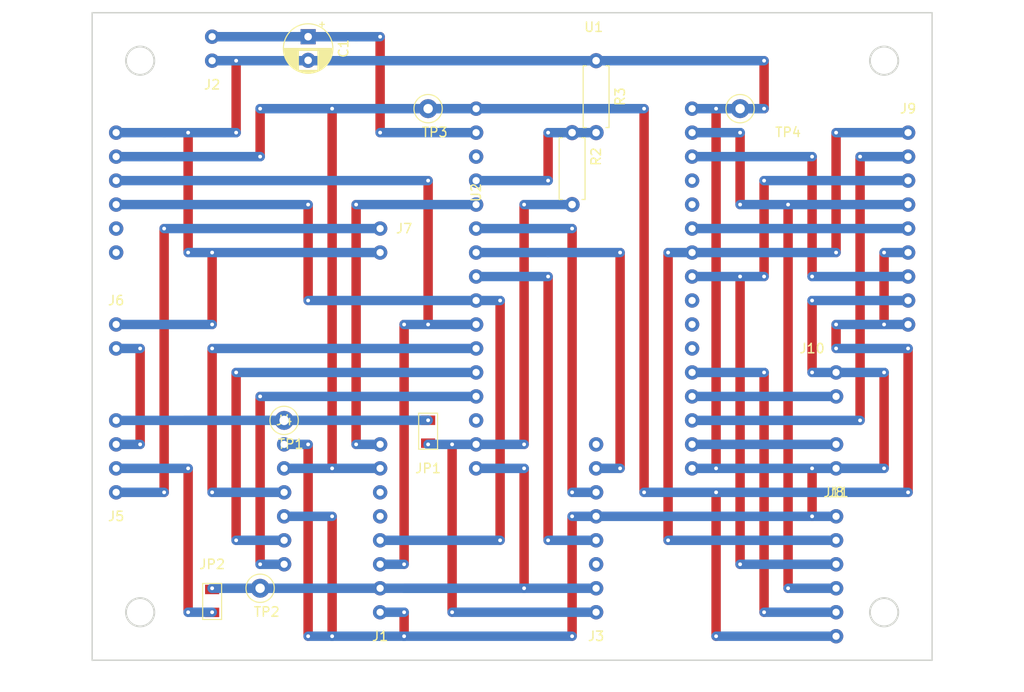
<source format=kicad_pcb>
(kicad_pcb (version 20171130) (host pcbnew "(5.1.2)-2")

  (general
    (thickness 1.6)
    (drawings 8)
    (tracks 302)
    (zones 0)
    (modules 22)
    (nets 42)
  )

  (page A4)
  (layers
    (0 F.Cu signal)
    (31 B.Cu signal)
    (32 B.Adhes user)
    (33 F.Adhes user)
    (34 B.Paste user)
    (35 F.Paste user)
    (36 B.SilkS user)
    (37 F.SilkS user)
    (38 B.Mask user)
    (39 F.Mask user)
    (40 Dwgs.User user)
    (41 Cmts.User user)
    (42 Eco1.User user)
    (43 Eco2.User user)
    (44 Edge.Cuts user)
    (45 Margin user)
    (46 B.CrtYd user)
    (47 F.CrtYd user)
    (48 B.Fab user)
    (49 F.Fab user)
  )

  (setup
    (last_trace_width 1)
    (trace_clearance 0.2)
    (zone_clearance 0.508)
    (zone_45_only no)
    (trace_min 0.2)
    (via_size 0.8)
    (via_drill 0.4)
    (via_min_size 0.4)
    (via_min_drill 0.3)
    (uvia_size 0.3)
    (uvia_drill 0.1)
    (uvias_allowed no)
    (uvia_min_size 0.2)
    (uvia_min_drill 0.1)
    (edge_width 0.15)
    (segment_width 0.2)
    (pcb_text_width 0.3)
    (pcb_text_size 1.5 1.5)
    (mod_edge_width 0.15)
    (mod_text_size 1 1)
    (mod_text_width 0.15)
    (pad_size 1.524 1.524)
    (pad_drill 0.762)
    (pad_to_mask_clearance 0.051)
    (solder_mask_min_width 0.25)
    (aux_axis_origin 0 0)
    (visible_elements 7FFFFFFF)
    (pcbplotparams
      (layerselection 0x01000_7ffffffe)
      (usegerberextensions false)
      (usegerberattributes false)
      (usegerberadvancedattributes false)
      (creategerberjobfile false)
      (excludeedgelayer true)
      (linewidth 0.100000)
      (plotframeref false)
      (viasonmask false)
      (mode 1)
      (useauxorigin false)
      (hpglpennumber 1)
      (hpglpenspeed 20)
      (hpglpendiameter 15.000000)
      (psnegative false)
      (psa4output false)
      (plotreference true)
      (plotvalue true)
      (plotinvisibletext false)
      (padsonsilk false)
      (subtractmaskfromsilk false)
      (outputformat 3)
      (mirror false)
      (drillshape 1)
      (scaleselection 1)
      (outputdirectory "C:/Users/Mike/Desktop/"))
  )

  (net 0 "")
  (net 1 "Net-(C1-Pad1)")
  (net 2 GND)
  (net 3 /BAT)
  (net 4 /USB)
  (net 5 /PS_CTRL)
  (net 6 /DRDY)
  (net 7 /PS_RX)
  (net 8 +3V3)
  (net 9 /SCK)
  (net 10 /SDA)
  (net 11 /SCL)
  (net 12 /SD_CS)
  (net 13 /MOSI)
  (net 14 /MISO)
  (net 15 /D_CS)
  (net 16 /D_DC)
  (net 17 /D_BL_CTRL)
  (net 18 /ADVANCE)
  (net 19 /SELECT)
  (net 20 /V_USB)
  (net 21 "Net-(U1-Pad3)")
  (net 22 "Net-(U1-Pad14)")
  (net 23 "Net-(U1-Pad22)")
  (net 24 "Net-(U1-Pad23)")
  (net 25 "Net-(U1-Pad24)")
  (net 26 "Net-(U1-Pad28)")
  (net 27 "Net-(U1-Pad29)")
  (net 28 "Net-(U2-Pad1)")
  (net 29 "Net-(U2-Pad2)")
  (net 30 /PS_TX)
  (net 31 "Net-(J1-Pad3)")
  (net 32 "Net-(J1-Pad4)")
  (net 33 "Net-(J3-Pad6)")
  (net 34 "Net-(J3-Pad1)")
  (net 35 "Net-(J5-Pad2)")
  (net 36 "Net-(J5-Pad1)")
  (net 37 "Net-(J5-Pad3)")
  (net 38 "Net-(J5-Pad4)")
  (net 39 /M_SD)
  (net 40 /M_WS)
  (net 41 /M_SCK)

  (net_class Default "This is the default net class."
    (clearance 0.2)
    (trace_width 1)
    (via_dia 0.8)
    (via_drill 0.4)
    (uvia_dia 0.3)
    (uvia_drill 0.1)
    (add_net +3V3)
    (add_net /ADVANCE)
    (add_net /BAT)
    (add_net /DRDY)
    (add_net /D_BL_CTRL)
    (add_net /D_CS)
    (add_net /D_DC)
    (add_net /MISO)
    (add_net /MOSI)
    (add_net /M_SCK)
    (add_net /M_SD)
    (add_net /M_WS)
    (add_net /PS_CTRL)
    (add_net /PS_RX)
    (add_net /PS_TX)
    (add_net /SCK)
    (add_net /SCL)
    (add_net /SDA)
    (add_net /SD_CS)
    (add_net /SELECT)
    (add_net /USB)
    (add_net /V_USB)
    (add_net GND)
    (add_net "Net-(C1-Pad1)")
    (add_net "Net-(J1-Pad3)")
    (add_net "Net-(J1-Pad4)")
    (add_net "Net-(J3-Pad1)")
    (add_net "Net-(J3-Pad6)")
    (add_net "Net-(J5-Pad1)")
    (add_net "Net-(J5-Pad2)")
    (add_net "Net-(J5-Pad3)")
    (add_net "Net-(J5-Pad4)")
    (add_net "Net-(U1-Pad14)")
    (add_net "Net-(U1-Pad22)")
    (add_net "Net-(U1-Pad23)")
    (add_net "Net-(U1-Pad24)")
    (add_net "Net-(U1-Pad28)")
    (add_net "Net-(U1-Pad29)")
    (add_net "Net-(U1-Pad3)")
    (add_net "Net-(U2-Pad1)")
    (add_net "Net-(U2-Pad2)")
  )

  (module street_sense_footprints:LolinD32 (layer F.Cu) (tedit 5D2F346E) (tstamp 5D5C3732)
    (at 154.94 142.24)
    (path /5C5DD3B1)
    (fp_text reference U1 (at -0.254 -16.256) (layer F.SilkS)
      (effects (font (size 1 1) (thickness 0.15)))
    )
    (fp_text value Lolin_D32_Pro (at 0 49.784) (layer F.Fab)
      (effects (font (size 1 1) (thickness 0.15)))
    )
    (fp_line (start -13.716 -14.62) (end 11.176 -14.62) (layer F.Fab) (width 0.15))
    (fp_line (start -13.716 48.48) (end 11.176 48.48) (layer F.Fab) (width 0.15))
    (fp_line (start 11.176 -14.62) (end 11.176 48.48) (layer F.Fab) (width 0.15))
    (fp_line (start -13.716 -14.62) (end -13.716 48.48) (layer F.Fab) (width 0.15))
    (pad 32 thru_hole circle (at 10.16 -7.62) (size 1.524 1.524) (drill 0.762) (layers *.Cu *.Mask)
      (net 2 GND))
    (pad 31 thru_hole circle (at 10.16 -5.08) (size 1.524 1.524) (drill 0.762) (layers *.Cu *.Mask)
      (net 13 /MOSI))
    (pad 30 thru_hole circle (at 10.16 -2.54) (size 1.524 1.524) (drill 0.762) (layers *.Cu *.Mask)
      (net 15 /D_CS))
    (pad 29 thru_hole circle (at 10.16 0) (size 1.524 1.524) (drill 0.762) (layers *.Cu *.Mask)
      (net 27 "Net-(U1-Pad29)"))
    (pad 28 thru_hole circle (at 10.16 2.54) (size 1.524 1.524) (drill 0.762) (layers *.Cu *.Mask)
      (net 26 "Net-(U1-Pad28)"))
    (pad 27 thru_hole circle (at 10.16 5.08) (size 1.524 1.524) (drill 0.762) (layers *.Cu *.Mask)
      (net 16 /D_DC))
    (pad 26 thru_hole circle (at 10.16 7.62) (size 1.524 1.524) (drill 0.762) (layers *.Cu *.Mask)
      (net 14 /MISO))
    (pad 25 thru_hole circle (at 10.16 10.16) (size 1.524 1.524) (drill 0.762) (layers *.Cu *.Mask)
      (net 9 /SCK))
    (pad 24 thru_hole circle (at 10.16 12.7) (size 1.524 1.524) (drill 0.762) (layers *.Cu *.Mask)
      (net 25 "Net-(U1-Pad24)"))
    (pad 23 thru_hole circle (at 10.16 15.24) (size 1.524 1.524) (drill 0.762) (layers *.Cu *.Mask)
      (net 24 "Net-(U1-Pad23)"))
    (pad 22 thru_hole circle (at 10.16 17.78) (size 1.524 1.524) (drill 0.762) (layers *.Cu *.Mask)
      (net 23 "Net-(U1-Pad22)"))
    (pad 21 thru_hole circle (at 10.16 20.32) (size 1.524 1.524) (drill 0.762) (layers *.Cu *.Mask)
      (net 12 /SD_CS))
    (pad 20 thru_hole circle (at 10.16 22.86) (size 1.524 1.524) (drill 0.762) (layers *.Cu *.Mask)
      (net 18 /ADVANCE))
    (pad 19 thru_hole circle (at 10.16 25.4) (size 1.524 1.524) (drill 0.762) (layers *.Cu *.Mask)
      (net 17 /D_BL_CTRL))
    (pad 18 thru_hole circle (at 10.16 27.94) (size 1.524 1.524) (drill 0.762) (layers *.Cu *.Mask)
      (net 19 /SELECT))
    (pad 17 thru_hole circle (at 10.16 30.48) (size 1.524 1.524) (drill 0.762) (layers *.Cu *.Mask)
      (net 2 GND))
    (pad 16 thru_hole circle (at -12.7 30.48) (size 1.524 1.524) (drill 0.762) (layers *.Cu *.Mask)
      (net 3 /BAT))
    (pad 15 thru_hole circle (at -12.7 27.94) (size 1.524 1.524) (drill 0.762) (layers *.Cu *.Mask)
      (net 4 /USB))
    (pad 14 thru_hole circle (at -12.7 25.4) (size 1.524 1.524) (drill 0.762) (layers *.Cu *.Mask)
      (net 22 "Net-(U1-Pad14)"))
    (pad 13 thru_hole circle (at -12.7 22.86) (size 1.524 1.524) (drill 0.762) (layers *.Cu *.Mask)
      (net 41 /M_SCK))
    (pad 12 thru_hole circle (at -12.7 20.32) (size 1.524 1.524) (drill 0.762) (layers *.Cu *.Mask)
      (net 40 /M_WS))
    (pad 11 thru_hole circle (at -12.7 17.78) (size 1.524 1.524) (drill 0.762) (layers *.Cu *.Mask)
      (net 39 /M_SD))
    (pad 10 thru_hole circle (at -12.7 15.24) (size 1.524 1.524) (drill 0.762) (layers *.Cu *.Mask)
      (net 10 /SDA))
    (pad 9 thru_hole circle (at -12.7 12.7) (size 1.524 1.524) (drill 0.762) (layers *.Cu *.Mask)
      (net 11 /SCL))
    (pad 8 thru_hole circle (at -12.7 10.16) (size 1.524 1.524) (drill 0.762) (layers *.Cu *.Mask)
      (net 5 /PS_CTRL))
    (pad 7 thru_hole circle (at -12.7 7.62) (size 1.524 1.524) (drill 0.762) (layers *.Cu *.Mask)
      (net 7 /PS_RX))
    (pad 6 thru_hole circle (at -12.7 5.08) (size 1.524 1.524) (drill 0.762) (layers *.Cu *.Mask)
      (net 30 /PS_TX))
    (pad 5 thru_hole circle (at -12.7 2.54) (size 1.524 1.524) (drill 0.762) (layers *.Cu *.Mask)
      (net 6 /DRDY))
    (pad 4 thru_hole circle (at -12.7 0) (size 1.524 1.524) (drill 0.762) (layers *.Cu *.Mask)
      (net 20 /V_USB))
    (pad 3 thru_hole circle (at -12.7 -2.54) (size 1.524 1.524) (drill 0.762) (layers *.Cu *.Mask)
      (net 21 "Net-(U1-Pad3)"))
    (pad 2 thru_hole circle (at -12.7 -5.08) (size 1.524 1.524) (drill 0.762) (layers *.Cu *.Mask)
      (net 1 "Net-(C1-Pad1)"))
    (pad 1 thru_hole circle (at -12.7 -7.62) (size 1.524 1.524) (drill 0.762) (layers *.Cu *.Mask)
      (net 8 +3V3))
  )

  (module Resistor_THT:R_Axial_DIN0207_L6.3mm_D2.5mm_P7.62mm_Horizontal (layer F.Cu) (tedit 5AE5139B) (tstamp 5D5C35FC)
    (at 154.94 129.54 270)
    (descr "Resistor, Axial_DIN0207 series, Axial, Horizontal, pin pitch=7.62mm, 0.25W = 1/4W, length*diameter=6.3*2.5mm^2, http://cdn-reichelt.de/documents/datenblatt/B400/1_4W%23YAG.pdf")
    (tags "Resistor Axial_DIN0207 series Axial Horizontal pin pitch 7.62mm 0.25W = 1/4W length 6.3mm diameter 2.5mm")
    (path /5D9989A7)
    (fp_text reference R3 (at 3.81 -2.54 90) (layer F.SilkS)
      (effects (font (size 1 1) (thickness 0.15)))
    )
    (fp_text value 100k (at 2.54 0 90) (layer F.Fab)
      (effects (font (size 1 1) (thickness 0.15)))
    )
    (fp_text user %R (at 3.81 -2.54 90) (layer F.Fab)
      (effects (font (size 1 1) (thickness 0.15)))
    )
    (fp_line (start 8.67 -1.5) (end -1.05 -1.5) (layer F.CrtYd) (width 0.05))
    (fp_line (start 8.67 1.5) (end 8.67 -1.5) (layer F.CrtYd) (width 0.05))
    (fp_line (start -1.05 1.5) (end 8.67 1.5) (layer F.CrtYd) (width 0.05))
    (fp_line (start -1.05 -1.5) (end -1.05 1.5) (layer F.CrtYd) (width 0.05))
    (fp_line (start 7.08 1.37) (end 7.08 1.04) (layer F.SilkS) (width 0.12))
    (fp_line (start 0.54 1.37) (end 7.08 1.37) (layer F.SilkS) (width 0.12))
    (fp_line (start 0.54 1.04) (end 0.54 1.37) (layer F.SilkS) (width 0.12))
    (fp_line (start 7.08 -1.37) (end 7.08 -1.04) (layer F.SilkS) (width 0.12))
    (fp_line (start 0.54 -1.37) (end 7.08 -1.37) (layer F.SilkS) (width 0.12))
    (fp_line (start 0.54 -1.04) (end 0.54 -1.37) (layer F.SilkS) (width 0.12))
    (fp_line (start 7.62 0) (end 6.96 0) (layer F.Fab) (width 0.1))
    (fp_line (start 0 0) (end 0.66 0) (layer F.Fab) (width 0.1))
    (fp_line (start 6.96 -1.25) (end 0.66 -1.25) (layer F.Fab) (width 0.1))
    (fp_line (start 6.96 1.25) (end 6.96 -1.25) (layer F.Fab) (width 0.1))
    (fp_line (start 0.66 1.25) (end 6.96 1.25) (layer F.Fab) (width 0.1))
    (fp_line (start 0.66 -1.25) (end 0.66 1.25) (layer F.Fab) (width 0.1))
    (pad 2 thru_hole oval (at 7.62 0 270) (size 1.6 1.6) (drill 0.8) (layers *.Cu *.Mask)
      (net 20 /V_USB))
    (pad 1 thru_hole circle (at 0 0 270) (size 1.6 1.6) (drill 0.8) (layers *.Cu *.Mask)
      (net 2 GND))
    (model ${KISYS3DMOD}/Resistor_THT.3dshapes/R_Axial_DIN0207_L6.3mm_D2.5mm_P7.62mm_Horizontal.wrl
      (at (xyz 0 0 0))
      (scale (xyz 1 1 1))
      (rotate (xyz 0 0 0))
    )
  )

  (module Capacitor_THT:CP_Radial_D5.0mm_P2.50mm (layer F.Cu) (tedit 5AE50EF0) (tstamp 5D563A48)
    (at 124.46 127 270)
    (descr "CP, Radial series, Radial, pin pitch=2.50mm, , diameter=5mm, Electrolytic Capacitor")
    (tags "CP Radial series Radial pin pitch 2.50mm  diameter 5mm Electrolytic Capacitor")
    (path /5BF771AA)
    (fp_text reference C1 (at 1.25 -3.75 90) (layer F.SilkS)
      (effects (font (size 1 1) (thickness 0.15)))
    )
    (fp_text value 1uF (at -1.27 -3.81 180) (layer F.Fab)
      (effects (font (size 1 1) (thickness 0.15)))
    )
    (fp_text user %R (at 1.25 0 90) (layer F.Fab)
      (effects (font (size 1 1) (thickness 0.15)))
    )
    (fp_line (start -1.304775 -1.725) (end -1.304775 -1.225) (layer F.SilkS) (width 0.12))
    (fp_line (start -1.554775 -1.475) (end -1.054775 -1.475) (layer F.SilkS) (width 0.12))
    (fp_line (start 3.851 -0.284) (end 3.851 0.284) (layer F.SilkS) (width 0.12))
    (fp_line (start 3.811 -0.518) (end 3.811 0.518) (layer F.SilkS) (width 0.12))
    (fp_line (start 3.771 -0.677) (end 3.771 0.677) (layer F.SilkS) (width 0.12))
    (fp_line (start 3.731 -0.805) (end 3.731 0.805) (layer F.SilkS) (width 0.12))
    (fp_line (start 3.691 -0.915) (end 3.691 0.915) (layer F.SilkS) (width 0.12))
    (fp_line (start 3.651 -1.011) (end 3.651 1.011) (layer F.SilkS) (width 0.12))
    (fp_line (start 3.611 -1.098) (end 3.611 1.098) (layer F.SilkS) (width 0.12))
    (fp_line (start 3.571 -1.178) (end 3.571 1.178) (layer F.SilkS) (width 0.12))
    (fp_line (start 3.531 1.04) (end 3.531 1.251) (layer F.SilkS) (width 0.12))
    (fp_line (start 3.531 -1.251) (end 3.531 -1.04) (layer F.SilkS) (width 0.12))
    (fp_line (start 3.491 1.04) (end 3.491 1.319) (layer F.SilkS) (width 0.12))
    (fp_line (start 3.491 -1.319) (end 3.491 -1.04) (layer F.SilkS) (width 0.12))
    (fp_line (start 3.451 1.04) (end 3.451 1.383) (layer F.SilkS) (width 0.12))
    (fp_line (start 3.451 -1.383) (end 3.451 -1.04) (layer F.SilkS) (width 0.12))
    (fp_line (start 3.411 1.04) (end 3.411 1.443) (layer F.SilkS) (width 0.12))
    (fp_line (start 3.411 -1.443) (end 3.411 -1.04) (layer F.SilkS) (width 0.12))
    (fp_line (start 3.371 1.04) (end 3.371 1.5) (layer F.SilkS) (width 0.12))
    (fp_line (start 3.371 -1.5) (end 3.371 -1.04) (layer F.SilkS) (width 0.12))
    (fp_line (start 3.331 1.04) (end 3.331 1.554) (layer F.SilkS) (width 0.12))
    (fp_line (start 3.331 -1.554) (end 3.331 -1.04) (layer F.SilkS) (width 0.12))
    (fp_line (start 3.291 1.04) (end 3.291 1.605) (layer F.SilkS) (width 0.12))
    (fp_line (start 3.291 -1.605) (end 3.291 -1.04) (layer F.SilkS) (width 0.12))
    (fp_line (start 3.251 1.04) (end 3.251 1.653) (layer F.SilkS) (width 0.12))
    (fp_line (start 3.251 -1.653) (end 3.251 -1.04) (layer F.SilkS) (width 0.12))
    (fp_line (start 3.211 1.04) (end 3.211 1.699) (layer F.SilkS) (width 0.12))
    (fp_line (start 3.211 -1.699) (end 3.211 -1.04) (layer F.SilkS) (width 0.12))
    (fp_line (start 3.171 1.04) (end 3.171 1.743) (layer F.SilkS) (width 0.12))
    (fp_line (start 3.171 -1.743) (end 3.171 -1.04) (layer F.SilkS) (width 0.12))
    (fp_line (start 3.131 1.04) (end 3.131 1.785) (layer F.SilkS) (width 0.12))
    (fp_line (start 3.131 -1.785) (end 3.131 -1.04) (layer F.SilkS) (width 0.12))
    (fp_line (start 3.091 1.04) (end 3.091 1.826) (layer F.SilkS) (width 0.12))
    (fp_line (start 3.091 -1.826) (end 3.091 -1.04) (layer F.SilkS) (width 0.12))
    (fp_line (start 3.051 1.04) (end 3.051 1.864) (layer F.SilkS) (width 0.12))
    (fp_line (start 3.051 -1.864) (end 3.051 -1.04) (layer F.SilkS) (width 0.12))
    (fp_line (start 3.011 1.04) (end 3.011 1.901) (layer F.SilkS) (width 0.12))
    (fp_line (start 3.011 -1.901) (end 3.011 -1.04) (layer F.SilkS) (width 0.12))
    (fp_line (start 2.971 1.04) (end 2.971 1.937) (layer F.SilkS) (width 0.12))
    (fp_line (start 2.971 -1.937) (end 2.971 -1.04) (layer F.SilkS) (width 0.12))
    (fp_line (start 2.931 1.04) (end 2.931 1.971) (layer F.SilkS) (width 0.12))
    (fp_line (start 2.931 -1.971) (end 2.931 -1.04) (layer F.SilkS) (width 0.12))
    (fp_line (start 2.891 1.04) (end 2.891 2.004) (layer F.SilkS) (width 0.12))
    (fp_line (start 2.891 -2.004) (end 2.891 -1.04) (layer F.SilkS) (width 0.12))
    (fp_line (start 2.851 1.04) (end 2.851 2.035) (layer F.SilkS) (width 0.12))
    (fp_line (start 2.851 -2.035) (end 2.851 -1.04) (layer F.SilkS) (width 0.12))
    (fp_line (start 2.811 1.04) (end 2.811 2.065) (layer F.SilkS) (width 0.12))
    (fp_line (start 2.811 -2.065) (end 2.811 -1.04) (layer F.SilkS) (width 0.12))
    (fp_line (start 2.771 1.04) (end 2.771 2.095) (layer F.SilkS) (width 0.12))
    (fp_line (start 2.771 -2.095) (end 2.771 -1.04) (layer F.SilkS) (width 0.12))
    (fp_line (start 2.731 1.04) (end 2.731 2.122) (layer F.SilkS) (width 0.12))
    (fp_line (start 2.731 -2.122) (end 2.731 -1.04) (layer F.SilkS) (width 0.12))
    (fp_line (start 2.691 1.04) (end 2.691 2.149) (layer F.SilkS) (width 0.12))
    (fp_line (start 2.691 -2.149) (end 2.691 -1.04) (layer F.SilkS) (width 0.12))
    (fp_line (start 2.651 1.04) (end 2.651 2.175) (layer F.SilkS) (width 0.12))
    (fp_line (start 2.651 -2.175) (end 2.651 -1.04) (layer F.SilkS) (width 0.12))
    (fp_line (start 2.611 1.04) (end 2.611 2.2) (layer F.SilkS) (width 0.12))
    (fp_line (start 2.611 -2.2) (end 2.611 -1.04) (layer F.SilkS) (width 0.12))
    (fp_line (start 2.571 1.04) (end 2.571 2.224) (layer F.SilkS) (width 0.12))
    (fp_line (start 2.571 -2.224) (end 2.571 -1.04) (layer F.SilkS) (width 0.12))
    (fp_line (start 2.531 1.04) (end 2.531 2.247) (layer F.SilkS) (width 0.12))
    (fp_line (start 2.531 -2.247) (end 2.531 -1.04) (layer F.SilkS) (width 0.12))
    (fp_line (start 2.491 1.04) (end 2.491 2.268) (layer F.SilkS) (width 0.12))
    (fp_line (start 2.491 -2.268) (end 2.491 -1.04) (layer F.SilkS) (width 0.12))
    (fp_line (start 2.451 1.04) (end 2.451 2.29) (layer F.SilkS) (width 0.12))
    (fp_line (start 2.451 -2.29) (end 2.451 -1.04) (layer F.SilkS) (width 0.12))
    (fp_line (start 2.411 1.04) (end 2.411 2.31) (layer F.SilkS) (width 0.12))
    (fp_line (start 2.411 -2.31) (end 2.411 -1.04) (layer F.SilkS) (width 0.12))
    (fp_line (start 2.371 1.04) (end 2.371 2.329) (layer F.SilkS) (width 0.12))
    (fp_line (start 2.371 -2.329) (end 2.371 -1.04) (layer F.SilkS) (width 0.12))
    (fp_line (start 2.331 1.04) (end 2.331 2.348) (layer F.SilkS) (width 0.12))
    (fp_line (start 2.331 -2.348) (end 2.331 -1.04) (layer F.SilkS) (width 0.12))
    (fp_line (start 2.291 1.04) (end 2.291 2.365) (layer F.SilkS) (width 0.12))
    (fp_line (start 2.291 -2.365) (end 2.291 -1.04) (layer F.SilkS) (width 0.12))
    (fp_line (start 2.251 1.04) (end 2.251 2.382) (layer F.SilkS) (width 0.12))
    (fp_line (start 2.251 -2.382) (end 2.251 -1.04) (layer F.SilkS) (width 0.12))
    (fp_line (start 2.211 1.04) (end 2.211 2.398) (layer F.SilkS) (width 0.12))
    (fp_line (start 2.211 -2.398) (end 2.211 -1.04) (layer F.SilkS) (width 0.12))
    (fp_line (start 2.171 1.04) (end 2.171 2.414) (layer F.SilkS) (width 0.12))
    (fp_line (start 2.171 -2.414) (end 2.171 -1.04) (layer F.SilkS) (width 0.12))
    (fp_line (start 2.131 1.04) (end 2.131 2.428) (layer F.SilkS) (width 0.12))
    (fp_line (start 2.131 -2.428) (end 2.131 -1.04) (layer F.SilkS) (width 0.12))
    (fp_line (start 2.091 1.04) (end 2.091 2.442) (layer F.SilkS) (width 0.12))
    (fp_line (start 2.091 -2.442) (end 2.091 -1.04) (layer F.SilkS) (width 0.12))
    (fp_line (start 2.051 1.04) (end 2.051 2.455) (layer F.SilkS) (width 0.12))
    (fp_line (start 2.051 -2.455) (end 2.051 -1.04) (layer F.SilkS) (width 0.12))
    (fp_line (start 2.011 1.04) (end 2.011 2.468) (layer F.SilkS) (width 0.12))
    (fp_line (start 2.011 -2.468) (end 2.011 -1.04) (layer F.SilkS) (width 0.12))
    (fp_line (start 1.971 1.04) (end 1.971 2.48) (layer F.SilkS) (width 0.12))
    (fp_line (start 1.971 -2.48) (end 1.971 -1.04) (layer F.SilkS) (width 0.12))
    (fp_line (start 1.93 1.04) (end 1.93 2.491) (layer F.SilkS) (width 0.12))
    (fp_line (start 1.93 -2.491) (end 1.93 -1.04) (layer F.SilkS) (width 0.12))
    (fp_line (start 1.89 1.04) (end 1.89 2.501) (layer F.SilkS) (width 0.12))
    (fp_line (start 1.89 -2.501) (end 1.89 -1.04) (layer F.SilkS) (width 0.12))
    (fp_line (start 1.85 1.04) (end 1.85 2.511) (layer F.SilkS) (width 0.12))
    (fp_line (start 1.85 -2.511) (end 1.85 -1.04) (layer F.SilkS) (width 0.12))
    (fp_line (start 1.81 1.04) (end 1.81 2.52) (layer F.SilkS) (width 0.12))
    (fp_line (start 1.81 -2.52) (end 1.81 -1.04) (layer F.SilkS) (width 0.12))
    (fp_line (start 1.77 1.04) (end 1.77 2.528) (layer F.SilkS) (width 0.12))
    (fp_line (start 1.77 -2.528) (end 1.77 -1.04) (layer F.SilkS) (width 0.12))
    (fp_line (start 1.73 1.04) (end 1.73 2.536) (layer F.SilkS) (width 0.12))
    (fp_line (start 1.73 -2.536) (end 1.73 -1.04) (layer F.SilkS) (width 0.12))
    (fp_line (start 1.69 1.04) (end 1.69 2.543) (layer F.SilkS) (width 0.12))
    (fp_line (start 1.69 -2.543) (end 1.69 -1.04) (layer F.SilkS) (width 0.12))
    (fp_line (start 1.65 1.04) (end 1.65 2.55) (layer F.SilkS) (width 0.12))
    (fp_line (start 1.65 -2.55) (end 1.65 -1.04) (layer F.SilkS) (width 0.12))
    (fp_line (start 1.61 1.04) (end 1.61 2.556) (layer F.SilkS) (width 0.12))
    (fp_line (start 1.61 -2.556) (end 1.61 -1.04) (layer F.SilkS) (width 0.12))
    (fp_line (start 1.57 1.04) (end 1.57 2.561) (layer F.SilkS) (width 0.12))
    (fp_line (start 1.57 -2.561) (end 1.57 -1.04) (layer F.SilkS) (width 0.12))
    (fp_line (start 1.53 1.04) (end 1.53 2.565) (layer F.SilkS) (width 0.12))
    (fp_line (start 1.53 -2.565) (end 1.53 -1.04) (layer F.SilkS) (width 0.12))
    (fp_line (start 1.49 1.04) (end 1.49 2.569) (layer F.SilkS) (width 0.12))
    (fp_line (start 1.49 -2.569) (end 1.49 -1.04) (layer F.SilkS) (width 0.12))
    (fp_line (start 1.45 -2.573) (end 1.45 2.573) (layer F.SilkS) (width 0.12))
    (fp_line (start 1.41 -2.576) (end 1.41 2.576) (layer F.SilkS) (width 0.12))
    (fp_line (start 1.37 -2.578) (end 1.37 2.578) (layer F.SilkS) (width 0.12))
    (fp_line (start 1.33 -2.579) (end 1.33 2.579) (layer F.SilkS) (width 0.12))
    (fp_line (start 1.29 -2.58) (end 1.29 2.58) (layer F.SilkS) (width 0.12))
    (fp_line (start 1.25 -2.58) (end 1.25 2.58) (layer F.SilkS) (width 0.12))
    (fp_line (start -0.633605 -1.3375) (end -0.633605 -0.8375) (layer F.Fab) (width 0.1))
    (fp_line (start -0.883605 -1.0875) (end -0.383605 -1.0875) (layer F.Fab) (width 0.1))
    (fp_circle (center 1.25 0) (end 4 0) (layer F.CrtYd) (width 0.05))
    (fp_circle (center 1.25 0) (end 3.87 0) (layer F.SilkS) (width 0.12))
    (fp_circle (center 1.25 0) (end 3.75 0) (layer F.Fab) (width 0.1))
    (pad 2 thru_hole circle (at 2.5 0 270) (size 1.6 1.6) (drill 0.8) (layers *.Cu *.Mask)
      (net 2 GND))
    (pad 1 thru_hole rect (at 0 0 270) (size 1.6 1.6) (drill 0.8) (layers *.Cu *.Mask)
      (net 1 "Net-(C1-Pad1)"))
    (model ${KISYS3DMOD}/Capacitor_THT.3dshapes/CP_Radial_D5.0mm_P2.50mm.wrl
      (at (xyz 0 0 0))
      (scale (xyz 1 1 1))
      (rotate (xyz 0 0 0))
    )
  )

  (module Resistor_THT:R_Axial_DIN0207_L6.3mm_D2.5mm_P7.62mm_Horizontal (layer F.Cu) (tedit 5AE5139B) (tstamp 5D563ADA)
    (at 152.4 137.16 270)
    (descr "Resistor, Axial_DIN0207 series, Axial, Horizontal, pin pitch=7.62mm, 0.25W = 1/4W, length*diameter=6.3*2.5mm^2, http://cdn-reichelt.de/documents/datenblatt/B400/1_4W%23YAG.pdf")
    (tags "Resistor Axial_DIN0207 series Axial Horizontal pin pitch 7.62mm 0.25W = 1/4W length 6.3mm diameter 2.5mm")
    (path /5D9B14D6)
    (fp_text reference R2 (at 2.54 -2.54 90) (layer F.SilkS)
      (effects (font (size 1 1) (thickness 0.15)))
    )
    (fp_text value 68k (at 3.81 0 90) (layer F.Fab)
      (effects (font (size 1 1) (thickness 0.15)))
    )
    (fp_text user %R (at 2.54 -2.54 90) (layer F.Fab)
      (effects (font (size 1 1) (thickness 0.15)))
    )
    (fp_line (start 8.67 -1.5) (end -1.05 -1.5) (layer F.CrtYd) (width 0.05))
    (fp_line (start 8.67 1.5) (end 8.67 -1.5) (layer F.CrtYd) (width 0.05))
    (fp_line (start -1.05 1.5) (end 8.67 1.5) (layer F.CrtYd) (width 0.05))
    (fp_line (start -1.05 -1.5) (end -1.05 1.5) (layer F.CrtYd) (width 0.05))
    (fp_line (start 7.08 1.37) (end 7.08 1.04) (layer F.SilkS) (width 0.12))
    (fp_line (start 0.54 1.37) (end 7.08 1.37) (layer F.SilkS) (width 0.12))
    (fp_line (start 0.54 1.04) (end 0.54 1.37) (layer F.SilkS) (width 0.12))
    (fp_line (start 7.08 -1.37) (end 7.08 -1.04) (layer F.SilkS) (width 0.12))
    (fp_line (start 0.54 -1.37) (end 7.08 -1.37) (layer F.SilkS) (width 0.12))
    (fp_line (start 0.54 -1.04) (end 0.54 -1.37) (layer F.SilkS) (width 0.12))
    (fp_line (start 7.62 0) (end 6.96 0) (layer F.Fab) (width 0.1))
    (fp_line (start 0 0) (end 0.66 0) (layer F.Fab) (width 0.1))
    (fp_line (start 6.96 -1.25) (end 0.66 -1.25) (layer F.Fab) (width 0.1))
    (fp_line (start 6.96 1.25) (end 6.96 -1.25) (layer F.Fab) (width 0.1))
    (fp_line (start 0.66 1.25) (end 6.96 1.25) (layer F.Fab) (width 0.1))
    (fp_line (start 0.66 -1.25) (end 0.66 1.25) (layer F.Fab) (width 0.1))
    (pad 2 thru_hole oval (at 7.62 0 270) (size 1.6 1.6) (drill 0.8) (layers *.Cu *.Mask)
      (net 4 /USB))
    (pad 1 thru_hole circle (at 0 0 270) (size 1.6 1.6) (drill 0.8) (layers *.Cu *.Mask)
      (net 20 /V_USB))
    (model ${KISYS3DMOD}/Resistor_THT.3dshapes/R_Axial_DIN0207_L6.3mm_D2.5mm_P7.62mm_Horizontal.wrl
      (at (xyz 0 0 0))
      (scale (xyz 1 1 1))
      (rotate (xyz 0 0 0))
    )
  )

  (module TestPoint:TestPoint_Loop_D2.50mm_Drill1.0mm (layer F.Cu) (tedit 5A0F774F) (tstamp 5D563AFD)
    (at 121.92 167.64)
    (descr "wire loop as test point, loop diameter 2.5mm, hole diameter 1.0mm")
    (tags "test point wire loop bead")
    (path /5D3975E8)
    (fp_text reference TP1 (at 0.7 2.5) (layer F.SilkS)
      (effects (font (size 1 1) (thickness 0.15)))
    )
    (fp_text value TestPoint (at 0 -2.8) (layer F.Fab)
      (effects (font (size 1 1) (thickness 0.15)))
    )
    (fp_text user %R (at 0.7 2.5) (layer F.Fab)
      (effects (font (size 1 1) (thickness 0.15)))
    )
    (fp_circle (center 0 0) (end 1.5 0) (layer F.SilkS) (width 0.12))
    (fp_circle (center 0 0) (end 1.8 0) (layer F.CrtYd) (width 0.05))
    (fp_line (start 1.3 -0.2) (end -1.3 -0.2) (layer F.Fab) (width 0.12))
    (fp_line (start 1.3 0.2) (end 1.3 -0.2) (layer F.Fab) (width 0.12))
    (fp_line (start -1.3 0.2) (end 1.3 0.2) (layer F.Fab) (width 0.12))
    (fp_line (start -1.3 -0.2) (end -1.3 0.2) (layer F.Fab) (width 0.12))
    (pad 1 thru_hole circle (at 0 0) (size 2 2) (drill 1) (layers *.Cu *.Mask)
      (net 36 "Net-(J5-Pad1)"))
    (model ${KISYS3DMOD}/TestPoint.3dshapes/TestPoint_Loop_D2.50mm_Drill1.0mm.wrl
      (at (xyz 0 0 0))
      (scale (xyz 1 1 1))
      (rotate (xyz 0 0 0))
    )
  )

  (module TestPoint:TestPoint_Loop_D2.50mm_Drill1.0mm (layer F.Cu) (tedit 5A0F774F) (tstamp 5D5C295F)
    (at 137.16 134.62)
    (descr "wire loop as test point, loop diameter 2.5mm, hole diameter 1.0mm")
    (tags "test point wire loop bead")
    (path /5D473426)
    (fp_text reference TP3 (at 0.7 2.5) (layer F.SilkS)
      (effects (font (size 1 1) (thickness 0.15)))
    )
    (fp_text value TestPoint (at 0 -2.8) (layer F.Fab)
      (effects (font (size 1 1) (thickness 0.15)))
    )
    (fp_text user %R (at 0.7 2.5) (layer F.Fab)
      (effects (font (size 1 1) (thickness 0.15)))
    )
    (fp_circle (center 0 0) (end 1.5 0) (layer F.SilkS) (width 0.12))
    (fp_circle (center 0 0) (end 1.8 0) (layer F.CrtYd) (width 0.05))
    (fp_line (start 1.3 -0.2) (end -1.3 -0.2) (layer F.Fab) (width 0.12))
    (fp_line (start 1.3 0.2) (end 1.3 -0.2) (layer F.Fab) (width 0.12))
    (fp_line (start -1.3 0.2) (end 1.3 0.2) (layer F.Fab) (width 0.12))
    (fp_line (start -1.3 -0.2) (end -1.3 0.2) (layer F.Fab) (width 0.12))
    (pad 1 thru_hole circle (at 0 0) (size 2 2) (drill 1) (layers *.Cu *.Mask)
      (net 8 +3V3))
    (model ${KISYS3DMOD}/TestPoint.3dshapes/TestPoint_Loop_D2.50mm_Drill1.0mm.wrl
      (at (xyz 0 0 0))
      (scale (xyz 1 1 1))
      (rotate (xyz 0 0 0))
    )
  )

  (module street_sense_footprints:connector_2pin (layer F.Cu) (tedit 5D2FF6EC) (tstamp 5D5C35C4)
    (at 114.3 124.46)
    (path /5D51003A)
    (fp_text reference J2 (at 0 7.62) (layer F.SilkS)
      (effects (font (size 1 1) (thickness 0.15)))
    )
    (fp_text value Conn_01x02 (at 0 -0.5) (layer F.Fab)
      (effects (font (size 1 1) (thickness 0.15)))
    )
    (pad 2 thru_hole circle (at 0 5.08) (size 1.524 1.524) (drill 0.762) (layers *.Cu *.Mask)
      (net 2 GND))
    (pad 1 thru_hole circle (at 0 2.54) (size 1.524 1.524) (drill 0.762) (layers *.Cu *.Mask)
      (net 1 "Net-(C1-Pad1)"))
  )

  (module street_sense_footprints:connector_6pin (layer F.Cu) (tedit 5D2FF723) (tstamp 5D5C35CE)
    (at 180.34 193.04 180)
    (path /5D4F4805)
    (fp_text reference J8 (at 0 17.78) (layer F.SilkS)
      (effects (font (size 1 1) (thickness 0.15)))
    )
    (fp_text value Conn_01x06 (at 7.62 7.62) (layer F.Fab)
      (effects (font (size 1 1) (thickness 0.15)))
    )
    (pad 6 thru_hole circle (at 0 15.24 180) (size 1.524 1.524) (drill 0.762) (layers *.Cu *.Mask)
      (net 2 GND))
    (pad 5 thru_hole circle (at 0 12.7 180) (size 1.524 1.524) (drill 0.762) (layers *.Cu *.Mask)
      (net 14 /MISO))
    (pad 4 thru_hole circle (at 0 10.16 180) (size 1.524 1.524) (drill 0.762) (layers *.Cu *.Mask)
      (net 9 /SCK))
    (pad 3 thru_hole circle (at 0 7.62 180) (size 1.524 1.524) (drill 0.762) (layers *.Cu *.Mask)
      (net 13 /MOSI))
    (pad 2 thru_hole circle (at 0 5.08 180) (size 1.524 1.524) (drill 0.762) (layers *.Cu *.Mask)
      (net 12 /SD_CS))
    (pad 1 thru_hole circle (at 0 2.54 180) (size 1.524 1.524) (drill 0.762) (layers *.Cu *.Mask)
      (net 8 +3V3))
  )

  (module street_sense_footprints:connector_8pin (layer F.Cu) (tedit 5D2FF736) (tstamp 5D5C36EC)
    (at 132.08 167.64)
    (path /5D4CE359)
    (fp_text reference J1 (at 0 22.86) (layer F.SilkS)
      (effects (font (size 1 1) (thickness 0.15)))
    )
    (fp_text value Conn_01x08 (at 0 27.94) (layer F.Fab)
      (effects (font (size 1 1) (thickness 0.15)))
    )
    (pad 8 thru_hole circle (at 0 20.32) (size 1.524 1.524) (drill 0.762) (layers *.Cu *.Mask)
      (net 2 GND))
    (pad 7 thru_hole circle (at 0 17.78) (size 1.524 1.524) (drill 0.762) (layers *.Cu *.Mask)
      (net 3 /BAT))
    (pad 6 thru_hole circle (at 0 15.24) (size 1.524 1.524) (drill 0.762) (layers *.Cu *.Mask)
      (net 10 /SDA))
    (pad 5 thru_hole circle (at 0 12.7) (size 1.524 1.524) (drill 0.762) (layers *.Cu *.Mask)
      (net 11 /SCL))
    (pad 4 thru_hole circle (at 0 10.16) (size 1.524 1.524) (drill 0.762) (layers *.Cu *.Mask)
      (net 32 "Net-(J1-Pad4)"))
    (pad 3 thru_hole circle (at 0 7.62) (size 1.524 1.524) (drill 0.762) (layers *.Cu *.Mask)
      (net 31 "Net-(J1-Pad3)"))
    (pad 2 thru_hole circle (at 0 5.08) (size 1.524 1.524) (drill 0.762) (layers *.Cu *.Mask)
      (net 8 +3V3))
    (pad 1 thru_hole circle (at 0 2.54) (size 1.524 1.524) (drill 0.762) (layers *.Cu *.Mask)
      (net 6 /DRDY))
  )

  (module street_sense_footprints:connector_8pin (layer F.Cu) (tedit 5D2FF736) (tstamp 5D5C36F7)
    (at 154.94 167.64)
    (path /5D456666)
    (fp_text reference J3 (at 0 22.86) (layer F.SilkS)
      (effects (font (size 1 1) (thickness 0.15)))
    )
    (fp_text value Conn_01x08 (at 0 27.94) (layer F.Fab)
      (effects (font (size 1 1) (thickness 0.15)))
    )
    (pad 8 thru_hole circle (at 0 20.32) (size 1.524 1.524) (drill 0.762) (layers *.Cu *.Mask)
      (net 4 /USB))
    (pad 7 thru_hole circle (at 0 17.78) (size 1.524 1.524) (drill 0.762) (layers *.Cu *.Mask)
      (net 3 /BAT))
    (pad 6 thru_hole circle (at 0 15.24) (size 1.524 1.524) (drill 0.762) (layers *.Cu *.Mask)
      (net 33 "Net-(J3-Pad6)"))
    (pad 5 thru_hole circle (at 0 12.7) (size 1.524 1.524) (drill 0.762) (layers *.Cu *.Mask)
      (net 5 /PS_CTRL))
    (pad 4 thru_hole circle (at 0 10.16) (size 1.524 1.524) (drill 0.762) (layers *.Cu *.Mask)
      (net 2 GND))
    (pad 3 thru_hole circle (at 0 7.62) (size 1.524 1.524) (drill 0.762) (layers *.Cu *.Mask)
      (net 30 /PS_TX))
    (pad 2 thru_hole circle (at 0 5.08) (size 1.524 1.524) (drill 0.762) (layers *.Cu *.Mask)
      (net 7 /PS_RX))
    (pad 1 thru_hole circle (at 0 2.54) (size 1.524 1.524) (drill 0.762) (layers *.Cu *.Mask)
      (net 34 "Net-(J3-Pad1)"))
  )

  (module street_sense_footprints:connector_6pin (layer F.Cu) (tedit 5D2FF723) (tstamp 5D5C3702)
    (at 121.92 185.42 180)
    (path /5D385C59)
    (fp_text reference J4 (at 0 17.78) (layer F.SilkS)
      (effects (font (size 1 1) (thickness 0.15)))
    )
    (fp_text value Conn_01x06 (at 0 -10.16) (layer F.Fab)
      (effects (font (size 1 1) (thickness 0.15)))
    )
    (pad 6 thru_hole circle (at 0 15.24 180) (size 1.524 1.524) (drill 0.762) (layers *.Cu *.Mask)
      (net 2 GND))
    (pad 5 thru_hole circle (at 0 12.7 180) (size 1.524 1.524) (drill 0.762) (layers *.Cu *.Mask)
      (net 8 +3V3))
    (pad 4 thru_hole circle (at 0 10.16 180) (size 1.524 1.524) (drill 0.762) (layers *.Cu *.Mask)
      (net 39 /M_SD))
    (pad 3 thru_hole circle (at 0 7.62 180) (size 1.524 1.524) (drill 0.762) (layers *.Cu *.Mask)
      (net 2 GND))
    (pad 2 thru_hole circle (at 0 5.08 180) (size 1.524 1.524) (drill 0.762) (layers *.Cu *.Mask)
      (net 40 /M_WS))
    (pad 1 thru_hole circle (at 0 2.54 180) (size 1.524 1.524) (drill 0.762) (layers *.Cu *.Mask)
      (net 41 /M_SCK))
  )

  (module street_sense_footprints:connector_4pin (layer F.Cu) (tedit 5D2FF70D) (tstamp 5D5C370B)
    (at 104.14 165.1)
    (path /5D50098B)
    (fp_text reference J5 (at 0 12.7) (layer F.SilkS)
      (effects (font (size 1 1) (thickness 0.15)))
    )
    (fp_text value Conn_01x04 (at -7.62 7.62) (layer F.Fab)
      (effects (font (size 1 1) (thickness 0.15)))
    )
    (pad 4 thru_hole circle (at 0 10.16) (size 1.524 1.524) (drill 0.762) (layers *.Cu *.Mask)
      (net 38 "Net-(J5-Pad4)"))
    (pad 3 thru_hole circle (at 0 7.62) (size 1.524 1.524) (drill 0.762) (layers *.Cu *.Mask)
      (net 37 "Net-(J5-Pad3)"))
    (pad 2 thru_hole circle (at 0 5.08) (size 1.524 1.524) (drill 0.762) (layers *.Cu *.Mask)
      (net 35 "Net-(J5-Pad2)"))
    (pad 1 thru_hole circle (at 0 2.54) (size 1.524 1.524) (drill 0.762) (layers *.Cu *.Mask)
      (net 36 "Net-(J5-Pad1)"))
  )

  (module street_sense_footprints:connector_2pin (layer F.Cu) (tedit 5D2FF6EC) (tstamp 5D5C3712)
    (at 104.14 162.56 180)
    (path /5D4F4132)
    (fp_text reference J6 (at 0 7.62) (layer F.SilkS)
      (effects (font (size 1 1) (thickness 0.15)))
    )
    (fp_text value Conn_01x02 (at 7.62 2.54) (layer F.Fab)
      (effects (font (size 1 1) (thickness 0.15)))
    )
    (pad 2 thru_hole circle (at 0 5.08 180) (size 1.524 1.524) (drill 0.762) (layers *.Cu *.Mask)
      (net 2 GND))
    (pad 1 thru_hole circle (at 0 2.54 180) (size 1.524 1.524) (drill 0.762) (layers *.Cu *.Mask)
      (net 35 "Net-(J5-Pad2)"))
  )

  (module street_sense_footprints:connector_2pin (layer F.Cu) (tedit 5D2FF6EC) (tstamp 5D5C3717)
    (at 132.08 144.78)
    (path /5D4E3D18)
    (fp_text reference J7 (at 2.54 2.54) (layer F.SilkS)
      (effects (font (size 1 1) (thickness 0.15)))
    )
    (fp_text value Conn_01x02 (at 0 -5.08) (layer F.Fab)
      (effects (font (size 1 1) (thickness 0.15)))
    )
    (pad 2 thru_hole circle (at 0 5.08) (size 1.524 1.524) (drill 0.762) (layers *.Cu *.Mask)
      (net 2 GND))
    (pad 1 thru_hole circle (at 0 2.54) (size 1.524 1.524) (drill 0.762) (layers *.Cu *.Mask)
      (net 38 "Net-(J5-Pad4)"))
  )

  (module street_sense_footprints:connector_9pin (layer F.Cu) (tedit 5D30A9AC) (tstamp 5D5C371C)
    (at 187.96 160.02 180)
    (path /5D588F44)
    (fp_text reference J9 (at 0 25.4 180) (layer F.SilkS)
      (effects (font (size 1 1) (thickness 0.15)))
    )
    (fp_text value Conn_01x09 (at -7.62 12.7 180) (layer F.Fab)
      (effects (font (size 1 1) (thickness 0.15)))
    )
    (pad 9 thru_hole circle (at 0 22.86 180) (size 1.524 1.524) (drill 0.762) (layers *.Cu *.Mask)
      (net 14 /MISO))
    (pad 8 thru_hole circle (at 0 20.32 180) (size 1.524 1.524) (drill 0.762) (layers *.Cu *.Mask)
      (net 17 /D_BL_CTRL))
    (pad 7 thru_hole circle (at 0 17.78 180) (size 1.524 1.524) (drill 0.762) (layers *.Cu *.Mask)
      (net 9 /SCK))
    (pad 6 thru_hole circle (at 0 15.24 180) (size 1.524 1.524) (drill 0.762) (layers *.Cu *.Mask)
      (net 13 /MOSI))
    (pad 5 thru_hole circle (at 0 12.7 180) (size 1.524 1.524) (drill 0.762) (layers *.Cu *.Mask)
      (net 16 /D_DC))
    (pad 4 thru_hole circle (at 0 10.16 180) (size 1.524 1.524) (drill 0.762) (layers *.Cu *.Mask)
      (net 8 +3V3))
    (pad 3 thru_hole circle (at 0 7.62 180) (size 1.524 1.524) (drill 0.762) (layers *.Cu *.Mask)
      (net 15 /D_CS))
    (pad 2 thru_hole circle (at 0 5.08 180) (size 1.524 1.524) (drill 0.762) (layers *.Cu *.Mask)
      (net 2 GND))
    (pad 1 thru_hole circle (at 0 2.54 180) (size 1.524 1.524) (drill 0.762) (layers *.Cu *.Mask)
      (net 8 +3V3))
  )

  (module street_sense_footprints:connector_2pin (layer F.Cu) (tedit 5D2FF6EC) (tstamp 5D5C3728)
    (at 180.34 167.64 180)
    (path /5D4F5008)
    (fp_text reference J10 (at 2.54 7.62) (layer F.SilkS)
      (effects (font (size 1 1) (thickness 0.15)))
    )
    (fp_text value Conn_01x02 (at -15.24 -2.54) (layer F.Fab)
      (effects (font (size 1 1) (thickness 0.15)))
    )
    (pad 2 thru_hole circle (at 0 5.08 180) (size 1.524 1.524) (drill 0.762) (layers *.Cu *.Mask)
      (net 2 GND))
    (pad 1 thru_hole circle (at 0 2.54 180) (size 1.524 1.524) (drill 0.762) (layers *.Cu *.Mask)
      (net 18 /ADVANCE))
  )

  (module street_sense_footprints:connector_2pin (layer F.Cu) (tedit 5D2FF6EC) (tstamp 5D5C372D)
    (at 180.34 167.64)
    (path /5D4F5181)
    (fp_text reference J11 (at 0 7.62) (layer F.SilkS)
      (effects (font (size 1 1) (thickness 0.15)))
    )
    (fp_text value Conn_01x02 (at 15.24 -5.08) (layer F.Fab)
      (effects (font (size 1 1) (thickness 0.15)))
    )
    (pad 2 thru_hole circle (at 0 5.08) (size 1.524 1.524) (drill 0.762) (layers *.Cu *.Mask)
      (net 2 GND))
    (pad 1 thru_hole circle (at 0 2.54) (size 1.524 1.524) (drill 0.762) (layers *.Cu *.Mask)
      (net 19 /SELECT))
  )

  (module street_sense_footprints:DS3231_Module (layer F.Cu) (tedit 5D2F37F9) (tstamp 5D5C3759)
    (at 99.06 147.32 90)
    (path /5D5A57B7)
    (fp_text reference U2 (at 3.81 43.18 90) (layer F.SilkS)
      (effects (font (size 1 1) (thickness 0.15)))
    )
    (fp_text value DS3231_Module (at 3.81 2.54 90) (layer F.Fab)
      (effects (font (size 1 1) (thickness 0.15)))
    )
    (fp_line (start -6.54 41.81) (end 14.16 41.81) (layer F.Fab) (width 0.15))
    (fp_line (start 14.16 3.81) (end 14.16 41.81) (layer F.Fab) (width 0.15))
    (fp_line (start -6.54 3.81) (end -6.54 41.81) (layer F.Fab) (width 0.15))
    (fp_line (start -6.54 3.81) (end 14.16 3.81) (layer F.Fab) (width 0.15))
    (pad 6 thru_hole circle (at 10.16 5.08 90) (size 1.524 1.524) (drill 0.762) (layers *.Cu *.Mask)
      (net 2 GND))
    (pad 5 thru_hole circle (at 7.62 5.08 90) (size 1.524 1.524) (drill 0.762) (layers *.Cu *.Mask)
      (net 8 +3V3))
    (pad 4 thru_hole circle (at 5.08 5.08 90) (size 1.524 1.524) (drill 0.762) (layers *.Cu *.Mask)
      (net 10 /SDA))
    (pad 3 thru_hole circle (at 2.54 5.08 90) (size 1.524 1.524) (drill 0.762) (layers *.Cu *.Mask)
      (net 11 /SCL))
    (pad 2 thru_hole circle (at 0 5.08 90) (size 1.524 1.524) (drill 0.762) (layers *.Cu *.Mask)
      (net 29 "Net-(U2-Pad2)"))
    (pad 1 thru_hole circle (at -2.54 5.08 90) (size 1.524 1.524) (drill 0.762) (layers *.Cu *.Mask)
      (net 28 "Net-(U2-Pad1)"))
  )

  (module TestPoint:TestPoint_Loop_D2.50mm_Drill1.0mm (layer F.Cu) (tedit 5A0F774F) (tstamp 5D44C396)
    (at 170.18 134.62)
    (descr "wire loop as test point, loop diameter 2.5mm, hole diameter 1.0mm")
    (tags "test point wire loop bead")
    (path /5D4616D9)
    (fp_text reference TP4 (at 5.08 2.5) (layer F.SilkS)
      (effects (font (size 1 1) (thickness 0.15)))
    )
    (fp_text value TestPoint (at 0 -2.8) (layer F.Fab)
      (effects (font (size 1 1) (thickness 0.15)))
    )
    (fp_text user %R (at 2.54 2.5) (layer F.Fab)
      (effects (font (size 1 1) (thickness 0.15)))
    )
    (fp_circle (center 0 0) (end 1.5 0) (layer F.SilkS) (width 0.12))
    (fp_circle (center 0 0) (end 1.8 0) (layer F.CrtYd) (width 0.05))
    (fp_line (start 1.3 -0.2) (end -1.3 -0.2) (layer F.Fab) (width 0.12))
    (fp_line (start 1.3 0.2) (end 1.3 -0.2) (layer F.Fab) (width 0.12))
    (fp_line (start -1.3 0.2) (end 1.3 0.2) (layer F.Fab) (width 0.12))
    (fp_line (start -1.3 -0.2) (end -1.3 0.2) (layer F.Fab) (width 0.12))
    (pad 1 thru_hole circle (at 0 0) (size 2 2) (drill 1) (layers *.Cu *.Mask)
      (net 2 GND))
    (model ${KISYS3DMOD}/TestPoint.3dshapes/TestPoint_Loop_D2.50mm_Drill1.0mm.wrl
      (at (xyz 0 0 0))
      (scale (xyz 1 1 1))
      (rotate (xyz 0 0 0))
    )
  )

  (module street_sense_footprints:SolderJumper-2_P1.3mm_Open_Pad1.0x1.5mm (layer F.Cu) (tedit 5D490478) (tstamp 5D4958AA)
    (at 137.16 167.64 270)
    (descr "SMD Solder Jumper, 1x1.5mm Pads, 0.3mm gap, open")
    (tags "solder jumper open")
    (path /5D2DD27B)
    (attr virtual)
    (fp_text reference JP1 (at 5.08 0 180) (layer F.SilkS)
      (effects (font (size 1 1) (thickness 0.15)))
    )
    (fp_text value Jumper (at 0 1.9 90) (layer F.Fab)
      (effects (font (size 1 1) (thickness 0.15)))
    )
    (fp_line (start 3.302 1.25) (end -1.015 1.25) (layer F.CrtYd) (width 0.05))
    (fp_line (start 3.302 1.25) (end 3.302 -1.25) (layer F.CrtYd) (width 0.05))
    (fp_line (start -1.015 -1.25) (end -1.015 1.25) (layer F.CrtYd) (width 0.05))
    (fp_line (start -1.015 -1.25) (end 3.302 -1.25) (layer F.CrtYd) (width 0.05))
    (fp_line (start -0.765 -1) (end 3.048 -1) (layer F.SilkS) (width 0.12))
    (fp_line (start 3.048 -1) (end 3.048 1) (layer F.SilkS) (width 0.12))
    (fp_line (start 3.048 1) (end -0.765 1) (layer F.SilkS) (width 0.12))
    (fp_line (start -0.765 1) (end -0.765 -1) (layer F.SilkS) (width 0.12))
    (pad 1 smd rect (at -0.015 0 270) (size 1 1.5) (layers F.Cu F.Mask)
      (net 36 "Net-(J5-Pad1)"))
    (pad 2 smd rect (at 2.413 0 270) (size 1 1.5) (layers F.Cu F.Mask)
      (net 4 /USB))
  )

  (module street_sense_footprints:SolderJumper-2_P1.3mm_Open_Pad1.0x1.5mm (layer F.Cu) (tedit 5D490478) (tstamp 5D4958B7)
    (at 114.3 187.96 90)
    (descr "SMD Solder Jumper, 1x1.5mm Pads, 0.3mm gap, open")
    (tags "solder jumper open")
    (path /5D358702)
    (attr virtual)
    (fp_text reference JP2 (at 5.08 0 180) (layer F.SilkS)
      (effects (font (size 1 1) (thickness 0.15)))
    )
    (fp_text value Jumper (at -2.54 0 180) (layer F.Fab)
      (effects (font (size 1 1) (thickness 0.15)))
    )
    (fp_line (start 3.302 1.25) (end -1.015 1.25) (layer F.CrtYd) (width 0.05))
    (fp_line (start 3.302 1.25) (end 3.302 -1.25) (layer F.CrtYd) (width 0.05))
    (fp_line (start -1.015 -1.25) (end -1.015 1.25) (layer F.CrtYd) (width 0.05))
    (fp_line (start -1.015 -1.25) (end 3.302 -1.25) (layer F.CrtYd) (width 0.05))
    (fp_line (start -0.765 -1) (end 3.048 -1) (layer F.SilkS) (width 0.12))
    (fp_line (start 3.048 -1) (end 3.048 1) (layer F.SilkS) (width 0.12))
    (fp_line (start 3.048 1) (end -0.765 1) (layer F.SilkS) (width 0.12))
    (fp_line (start -0.765 1) (end -0.765 -1) (layer F.SilkS) (width 0.12))
    (pad 1 smd rect (at -0.015 0 90) (size 1 1.5) (layers F.Cu F.Mask)
      (net 37 "Net-(J5-Pad3)"))
    (pad 2 smd rect (at 2.413 0 90) (size 1 1.5) (layers F.Cu F.Mask)
      (net 3 /BAT))
  )

  (module TestPoint:TestPoint_Loop_D2.50mm_Drill1.0mm (layer F.Cu) (tedit 5A0F774F) (tstamp 5D4958CF)
    (at 119.38 185.42)
    (descr "wire loop as test point, loop diameter 2.5mm, hole diameter 1.0mm")
    (tags "test point wire loop bead")
    (path /5D395F9E)
    (fp_text reference TP2 (at 0.7 2.5) (layer F.SilkS)
      (effects (font (size 1 1) (thickness 0.15)))
    )
    (fp_text value TestPoint (at 0 2.54) (layer F.Fab)
      (effects (font (size 1 1) (thickness 0.15)))
    )
    (fp_text user %R (at 0.7 2.5) (layer F.Fab)
      (effects (font (size 1 1) (thickness 0.15)))
    )
    (fp_circle (center 0 0) (end 1.5 0) (layer F.SilkS) (width 0.12))
    (fp_circle (center 0 0) (end 1.8 0) (layer F.CrtYd) (width 0.05))
    (fp_line (start 1.3 -0.2) (end -1.3 -0.2) (layer F.Fab) (width 0.12))
    (fp_line (start 1.3 0.2) (end 1.3 -0.2) (layer F.Fab) (width 0.12))
    (fp_line (start -1.3 0.2) (end 1.3 0.2) (layer F.Fab) (width 0.12))
    (fp_line (start -1.3 -0.2) (end -1.3 0.2) (layer F.Fab) (width 0.12))
    (pad 1 thru_hole circle (at 0 0) (size 2 2) (drill 1) (layers *.Cu *.Mask)
      (net 3 /BAT))
    (model ${KISYS3DMOD}/TestPoint.3dshapes/TestPoint_Loop_D2.50mm_Drill1.0mm.wrl
      (at (xyz 0 0 0))
      (scale (xyz 1 1 1))
      (rotate (xyz 0 0 0))
    )
  )

  (gr_line (start 190.5 193.04) (end 190.5 124.46) (layer Edge.Cuts) (width 0.15))
  (gr_circle (center 185.42 129.54) (end 186.92 129.54) (layer Edge.Cuts) (width 0.2))
  (gr_circle (center 185.42 187.96) (end 186.92 187.96) (layer Edge.Cuts) (width 0.2))
  (gr_circle (center 106.68 129.54) (end 108.18 129.54) (layer Edge.Cuts) (width 0.2))
  (gr_circle (center 106.68 187.96) (end 108.18 187.96) (layer Edge.Cuts) (width 0.2))
  (gr_line (start 101.6 124.46) (end 101.6 193.04) (layer Edge.Cuts) (width 0.15))
  (gr_line (start 190.5 124.46) (end 101.6 124.46) (layer Edge.Cuts) (width 0.15))
  (gr_line (start 101.6 193.04) (end 190.5 193.04) (layer Edge.Cuts) (width 0.15))

  (segment (start 114.3 127) (end 124.46 127) (width 1) (layer B.Cu) (net 1))
  (segment (start 129.54 127) (end 129.54 127) (width 1) (layer B.Cu) (net 1) (tstamp 5D4869FE))
  (segment (start 132.08 127) (end 132.08 137.16) (width 1) (layer F.Cu) (net 1))
  (segment (start 124.46 127) (end 132.08 127) (width 1) (layer B.Cu) (net 1))
  (via (at 132.08 127) (size 0.8) (drill 0.4) (layers F.Cu B.Cu) (net 1))
  (segment (start 142.24 137.16) (end 132.08 137.16) (width 1) (layer B.Cu) (net 1))
  (via (at 132.08 137.16) (size 0.8) (drill 0.4) (layers F.Cu B.Cu) (net 1))
  (segment (start 172.72 129.54) (end 172.72 134.62) (width 1) (layer F.Cu) (net 2))
  (segment (start 187.96 154.94) (end 177.8 154.94) (width 1) (layer B.Cu) (net 2))
  (segment (start 177.8 154.94) (end 177.8 154.94) (width 1) (layer B.Cu) (net 2) (tstamp 5D44C05E))
  (via (at 177.8 154.94) (size 0.8) (drill 0.4) (layers F.Cu B.Cu) (net 2))
  (segment (start 180.34 162.56) (end 177.8 162.56) (width 1) (layer B.Cu) (net 2))
  (segment (start 177.8 154.94) (end 177.8 162.56) (width 1) (layer F.Cu) (net 2))
  (segment (start 177.8 162.56) (end 177.8 162.56) (width 1) (layer B.Cu) (net 2) (tstamp 5D44C066))
  (via (at 177.8 162.56) (size 0.8) (drill 0.4) (layers F.Cu B.Cu) (net 2))
  (segment (start 177.8 172.72) (end 180.34 172.72) (width 1) (layer B.Cu) (net 2) (tstamp 5D44CB82))
  (via (at 177.8 172.72) (size 0.8) (drill 0.4) (layers F.Cu B.Cu) (net 2))
  (segment (start 167.64 172.72) (end 177.8 172.72) (width 1) (layer B.Cu) (net 2))
  (segment (start 165.1 172.72) (end 165.1 172.72) (width 1) (layer B.Cu) (net 2))
  (segment (start 154.94 129.54) (end 154.94 129.54) (width 1) (layer F.Cu) (net 2) (tstamp 5D44D3B3))
  (via (at 154.94 129.54) (size 0.8) (drill 0.4) (layers F.Cu B.Cu) (net 2))
  (segment (start 114.3 129.54) (end 116.84 129.54) (width 1) (layer B.Cu) (net 2))
  (segment (start 104.14 137.16) (end 109.22 137.16) (width 1) (layer B.Cu) (net 2))
  (segment (start 116.84 137.16) (end 116.84 137.16) (width 1) (layer B.Cu) (net 2) (tstamp 5D486BD7))
  (via (at 116.84 137.16) (size 0.8) (drill 0.4) (layers F.Cu B.Cu) (net 2))
  (segment (start 116.84 129.54) (end 154.94 129.54) (width 1) (layer B.Cu) (net 2) (tstamp 5D486BD9))
  (via (at 116.84 129.54) (size 0.8) (drill 0.4) (layers F.Cu B.Cu) (net 2))
  (segment (start 116.84 129.54) (end 116.84 137.16) (width 1) (layer F.Cu) (net 2))
  (segment (start 165.1 172.72) (end 167.64 172.72) (width 1) (layer B.Cu) (net 2) (tstamp 5D48B24B))
  (via (at 165.1 172.72) (size 0.8) (drill 0.4) (layers F.Cu B.Cu) (net 2))
  (via (at 152.4 177.8) (size 0.8) (drill 0.4) (layers F.Cu B.Cu) (net 2))
  (via (at 152.4 190.5) (size 0.8) (drill 0.4) (layers F.Cu B.Cu) (net 2))
  (segment (start 152.4 190.5) (end 152.4 177.8) (width 1) (layer F.Cu) (net 2))
  (segment (start 154.94 177.8) (end 152.4 177.8) (width 1) (layer B.Cu) (net 2))
  (segment (start 167.64 134.62) (end 167.64 134.62) (width 1) (layer B.Cu) (net 2) (tstamp 5D44CAD8))
  (segment (start 165.1 134.62) (end 167.64 134.62) (width 1) (layer B.Cu) (net 2))
  (via (at 167.64 134.62) (size 0.8) (drill 0.4) (layers F.Cu B.Cu) (net 2))
  (via (at 167.64 172.72) (size 0.8) (drill 0.4) (layers F.Cu B.Cu) (net 2))
  (segment (start 167.64 134.62) (end 167.64 172.72) (width 1) (layer F.Cu) (net 2))
  (segment (start 180.34 162.56) (end 185.42 162.56) (width 1) (layer B.Cu) (net 2))
  (segment (start 180.34 172.72) (end 185.42 172.72) (width 1) (layer B.Cu) (net 2))
  (segment (start 185.42 162.56) (end 185.42 162.56) (width 1) (layer B.Cu) (net 2) (tstamp 5D48C310))
  (via (at 185.42 162.56) (size 0.8) (drill 0.4) (layers F.Cu B.Cu) (net 2))
  (segment (start 185.42 172.72) (end 185.42 172.72) (width 1) (layer B.Cu) (net 2) (tstamp 5D48C312))
  (via (at 185.42 172.72) (size 0.8) (drill 0.4) (layers F.Cu B.Cu) (net 2))
  (segment (start 185.42 162.56) (end 185.42 172.72) (width 1) (layer F.Cu) (net 2))
  (segment (start 167.64 134.62) (end 170.18 134.62) (width 1) (layer B.Cu) (net 2))
  (segment (start 154.94 129.54) (end 172.72 129.54) (width 1) (layer B.Cu) (net 2))
  (via (at 172.72 129.54) (size 0.8) (drill 0.4) (layers F.Cu B.Cu) (net 2))
  (segment (start 172.72 134.62) (end 172.72 134.62) (width 1) (layer F.Cu) (net 2) (tstamp 5D48C7A4))
  (via (at 172.72 134.62) (size 0.8) (drill 0.4) (layers F.Cu B.Cu) (net 2))
  (segment (start 172.72 134.62) (end 170.18 134.62) (width 1) (layer B.Cu) (net 2))
  (segment (start 132.08 187.96) (end 132.08 187.96) (width 1) (layer F.Cu) (net 2))
  (segment (start 121.92 170.18) (end 124.46 170.18) (width 1) (layer B.Cu) (net 2))
  (segment (start 121.92 177.8) (end 127 177.8) (width 1) (layer B.Cu) (net 2))
  (via (at 132.08 187.96) (size 0.8) (drill 0.4) (layers F.Cu B.Cu) (net 2))
  (via (at 124.46 170.18) (size 0.8) (drill 0.4) (layers F.Cu B.Cu) (net 2))
  (via (at 124.46 190.5) (size 0.8) (drill 0.4) (layers F.Cu B.Cu) (net 2))
  (segment (start 124.46 170.18) (end 124.46 190.5) (width 1) (layer F.Cu) (net 2))
  (via (at 127 177.8) (size 0.8) (drill 0.4) (layers F.Cu B.Cu) (net 2))
  (via (at 127 190.5) (size 0.8) (drill 0.4) (layers F.Cu B.Cu) (net 2))
  (segment (start 127 190.5) (end 127 177.8) (width 1) (layer F.Cu) (net 2))
  (segment (start 127 190.5) (end 124.46 190.5) (width 1) (layer B.Cu) (net 2))
  (segment (start 134.62 190.5) (end 134.62 190.5) (width 1) (layer B.Cu) (net 2))
  (segment (start 127 190.5) (end 134.62 190.5) (width 1) (layer B.Cu) (net 2))
  (segment (start 132.08 187.96) (end 134.62 187.96) (width 1) (layer B.Cu) (net 2))
  (segment (start 134.62 187.96) (end 134.62 187.96) (width 1) (layer B.Cu) (net 2) (tstamp 5D48D952))
  (via (at 134.62 187.96) (size 0.8) (drill 0.4) (layers F.Cu B.Cu) (net 2))
  (segment (start 134.62 190.5) (end 152.4 190.5) (width 1) (layer B.Cu) (net 2) (tstamp 5D48D954))
  (via (at 134.62 190.5) (size 0.8) (drill 0.4) (layers F.Cu B.Cu) (net 2))
  (segment (start 134.62 187.96) (end 134.62 190.5) (width 1) (layer F.Cu) (net 2))
  (segment (start 109.22 137.16) (end 116.84 137.16) (width 1) (layer B.Cu) (net 2) (tstamp 5D495DDF))
  (segment (start 132.08 149.86) (end 111.76 149.86) (width 1) (layer B.Cu) (net 2))
  (segment (start 114.3 149.86) (end 114.3 149.86) (width 1) (layer F.Cu) (net 2))
  (via (at 111.76 137.16) (size 0.8) (drill 0.4) (layers F.Cu B.Cu) (net 2))
  (via (at 111.76 149.86) (size 0.8) (drill 0.4) (layers F.Cu B.Cu) (net 2))
  (segment (start 111.76 149.86) (end 111.76 137.16) (width 1) (layer F.Cu) (net 2))
  (segment (start 104.14 157.48) (end 114.3 157.48) (width 1) (layer B.Cu) (net 2))
  (via (at 114.3 157.48) (size 0.8) (drill 0.4) (layers F.Cu B.Cu) (net 2))
  (segment (start 114.3 149.86) (end 114.3 157.48) (width 1) (layer F.Cu) (net 2) (tstamp 5D508700))
  (via (at 114.3 149.86) (size 0.8) (drill 0.4) (layers F.Cu B.Cu) (net 2))
  (segment (start 177.8 172.72) (end 177.8 177.8) (width 1) (layer F.Cu) (net 2))
  (via (at 177.8 177.8) (size 0.8) (drill 0.4) (layers F.Cu B.Cu) (net 2))
  (segment (start 180.34 177.8) (end 154.94 177.8) (width 1) (layer B.Cu) (net 2))
  (segment (start 142.24 172.72) (end 147.32 172.72) (width 1) (layer B.Cu) (net 3))
  (segment (start 147.32 172.72) (end 147.32 172.72) (width 1) (layer B.Cu) (net 3) (tstamp 5D48B105))
  (segment (start 147.32 172.72) (end 147.32 172.72) (width 1) (layer B.Cu) (net 3) (tstamp 5D48B109))
  (via (at 147.32 172.72) (size 0.8) (drill 0.4) (layers F.Cu B.Cu) (net 3))
  (segment (start 147.32 185.42) (end 147.32 185.42) (width 1) (layer B.Cu) (net 3) (tstamp 5D48B10B))
  (via (at 147.32 185.42) (size 0.8) (drill 0.4) (layers F.Cu B.Cu) (net 3))
  (segment (start 154.94 185.42) (end 147.32 185.42) (width 1) (layer B.Cu) (net 3))
  (segment (start 147.32 172.72) (end 147.32 185.42) (width 1) (layer F.Cu) (net 3))
  (segment (start 147.32 185.42) (end 134.62 185.42) (width 1) (layer B.Cu) (net 3))
  (segment (start 139.7 185.42) (end 114.3 185.42) (width 1) (layer B.Cu) (net 3))
  (segment (start 114.3 185.42) (end 114.3 185.42) (width 1) (layer B.Cu) (net 3) (tstamp 5D4AFBBA))
  (via (at 114.3 185.42) (size 0.8) (drill 0.4) (layers F.Cu B.Cu) (net 3))
  (via (at 139.7 187.96) (size 0.8) (drill 0.4) (layers F.Cu B.Cu) (net 4))
  (via (at 147.32 170.18) (size 0.8) (drill 0.4) (layers F.Cu B.Cu) (net 4))
  (segment (start 147.32 144.78) (end 147.32 170.18) (width 1) (layer F.Cu) (net 4))
  (segment (start 152.4 144.78) (end 147.32 144.78) (width 1) (layer B.Cu) (net 4))
  (via (at 147.32 144.78) (size 0.8) (drill 0.4) (layers F.Cu B.Cu) (net 4))
  (segment (start 142.24 170.18) (end 147.32 170.18) (width 1) (layer B.Cu) (net 4))
  (segment (start 139.7 187.96) (end 154.94 187.96) (width 1) (layer B.Cu) (net 4))
  (segment (start 142.24 170.18) (end 139.7 170.18) (width 1) (layer B.Cu) (net 4))
  (segment (start 137.16 170.18) (end 137.16 170.18) (width 1) (layer B.Cu) (net 4) (tstamp 5D4AF9B9))
  (via (at 137.16 170.18) (size 0.8) (drill 0.4) (layers F.Cu B.Cu) (net 4))
  (segment (start 139.7 170.18) (end 137.16 170.18) (width 1) (layer B.Cu) (net 4) (tstamp 5D4AF9BB))
  (via (at 139.7 170.18) (size 0.8) (drill 0.4) (layers F.Cu B.Cu) (net 4))
  (segment (start 139.7 170.18) (end 139.7 187.96) (width 1) (layer F.Cu) (net 4))
  (segment (start 142.24 152.4) (end 149.86 152.4) (width 1) (layer B.Cu) (net 5))
  (via (at 149.86 152.4) (size 0.8) (drill 0.4) (layers F.Cu B.Cu) (net 5))
  (via (at 149.86 180.34) (size 0.8) (drill 0.4) (layers F.Cu B.Cu) (net 5))
  (segment (start 149.86 180.34) (end 149.86 152.4) (width 1) (layer F.Cu) (net 5))
  (segment (start 149.86 180.34) (end 154.94 180.34) (width 1) (layer B.Cu) (net 5))
  (segment (start 137.16 144.78) (end 137.16 144.78) (width 1) (layer B.Cu) (net 6))
  (segment (start 132.08 170.18) (end 129.54 170.18) (width 1) (layer B.Cu) (net 6))
  (segment (start 129.54 144.78) (end 142.24 144.78) (width 1) (layer B.Cu) (net 6))
  (via (at 129.54 144.78) (size 0.8) (drill 0.4) (layers F.Cu B.Cu) (net 6))
  (segment (start 129.54 144.78) (end 129.54 170.18) (width 1) (layer F.Cu) (net 6))
  (segment (start 129.54 170.18) (end 129.54 170.18) (width 1) (layer F.Cu) (net 6) (tstamp 5D48D906))
  (via (at 129.54 170.18) (size 0.8) (drill 0.4) (layers F.Cu B.Cu) (net 6))
  (segment (start 149.86 149.86) (end 149.86 149.86) (width 1) (layer B.Cu) (net 7) (tstamp 5D48AAEA))
  (via (at 157.48 149.86) (size 0.8) (drill 0.4) (layers F.Cu B.Cu) (net 7))
  (via (at 157.48 172.72) (size 0.8) (drill 0.4) (layers F.Cu B.Cu) (net 7))
  (segment (start 157.48 172.72) (end 154.94 172.72) (width 1) (layer B.Cu) (net 7))
  (segment (start 142.24 149.86) (end 157.48 149.86) (width 1) (layer B.Cu) (net 7))
  (segment (start 157.48 149.86) (end 157.48 172.72) (width 1) (layer F.Cu) (net 7))
  (segment (start 180.34 160.02) (end 187.96 160.02) (width 1) (layer B.Cu) (net 8) (tstamp 5D48C7D3))
  (via (at 180.34 160.02) (size 0.8) (drill 0.4) (layers F.Cu B.Cu) (net 8))
  (via (at 185.42 149.86) (size 0.8) (drill 0.4) (layers F.Cu B.Cu) (net 8))
  (segment (start 187.96 157.48) (end 185.42 157.48) (width 1) (layer B.Cu) (net 8))
  (via (at 185.42 157.48) (size 0.8) (drill 0.4) (layers F.Cu B.Cu) (net 8))
  (segment (start 187.96 149.86) (end 185.42 149.86) (width 1) (layer B.Cu) (net 8))
  (segment (start 185.42 149.86) (end 185.42 157.48) (width 1) (layer F.Cu) (net 8))
  (segment (start 119.38 134.62) (end 119.38 134.62) (width 1) (layer B.Cu) (net 8))
  (segment (start 104.14 139.7) (end 106.68 139.7) (width 1) (layer B.Cu) (net 8))
  (segment (start 119.38 139.7) (end 119.38 139.7) (width 1) (layer B.Cu) (net 8) (tstamp 5D486BE9))
  (via (at 119.38 139.7) (size 0.8) (drill 0.4) (layers F.Cu B.Cu) (net 8))
  (segment (start 119.38 134.62) (end 124.46 134.62) (width 1) (layer B.Cu) (net 8) (tstamp 5D486BEB))
  (via (at 119.38 134.62) (size 0.8) (drill 0.4) (layers F.Cu B.Cu) (net 8))
  (segment (start 119.38 134.62) (end 119.38 139.7) (width 1) (layer F.Cu) (net 8))
  (segment (start 106.68 139.7) (end 109.22 139.7) (width 1) (layer B.Cu) (net 8) (tstamp 5D486C6F))
  (segment (start 142.24 134.62) (end 160.02 134.62) (width 1) (layer B.Cu) (net 8))
  (via (at 160.02 134.62) (size 0.8) (drill 0.4) (layers F.Cu B.Cu) (net 8))
  (segment (start 185.42 157.48) (end 180.34 157.48) (width 1) (layer B.Cu) (net 8))
  (via (at 180.34 157.48) (size 0.8) (drill 0.4) (layers F.Cu B.Cu) (net 8))
  (segment (start 180.34 157.48) (end 180.34 160.02) (width 1) (layer F.Cu) (net 8))
  (segment (start 187.96 160.02) (end 187.96 160.02) (width 1) (layer B.Cu) (net 8) (tstamp 5D48C7D7))
  (via (at 187.96 160.02) (size 0.8) (drill 0.4) (layers F.Cu B.Cu) (net 8))
  (segment (start 109.22 139.7) (end 119.38 139.7) (width 1) (layer B.Cu) (net 8) (tstamp 5D48C7DB))
  (segment (start 124.46 134.62) (end 142.24 134.62) (width 1) (layer B.Cu) (net 8) (tstamp 5D48CEC0))
  (via (at 127 134.62) (size 0.8) (drill 0.4) (layers F.Cu B.Cu) (net 8))
  (segment (start 132.08 172.72) (end 121.92 172.72) (width 1) (layer B.Cu) (net 8))
  (segment (start 127 134.62) (end 127 172.72) (width 1) (layer F.Cu) (net 8))
  (segment (start 127 172.72) (end 127 172.72) (width 1) (layer F.Cu) (net 8) (tstamp 5D48DAC2))
  (via (at 127 172.72) (size 0.8) (drill 0.4) (layers F.Cu B.Cu) (net 8))
  (segment (start 187.96 160.02) (end 187.96 175.26) (width 1) (layer F.Cu) (net 8))
  (via (at 187.96 175.26) (size 0.8) (drill 0.4) (layers F.Cu B.Cu) (net 8))
  (segment (start 187.96 175.26) (end 167.64 175.26) (width 1) (layer B.Cu) (net 8))
  (segment (start 160.02 175.26) (end 160.02 175.26) (width 1) (layer B.Cu) (net 8) (tstamp 5D508CB9))
  (via (at 160.02 175.26) (size 0.8) (drill 0.4) (layers F.Cu B.Cu) (net 8))
  (segment (start 160.02 134.62) (end 160.02 175.26) (width 1) (layer F.Cu) (net 8))
  (segment (start 167.64 190.5) (end 180.34 190.5) (width 1) (layer B.Cu) (net 8))
  (segment (start 167.64 175.26) (end 160.02 175.26) (width 1) (layer B.Cu) (net 8) (tstamp 5D508E51))
  (via (at 167.64 175.26) (size 0.8) (drill 0.4) (layers F.Cu B.Cu) (net 8))
  (segment (start 167.64 175.26) (end 167.64 190.5) (width 1) (layer F.Cu) (net 8))
  (segment (start 167.64 190.5) (end 167.64 190.5) (width 1) (layer F.Cu) (net 8) (tstamp 5D508E5E))
  (via (at 167.64 190.5) (size 0.8) (drill 0.4) (layers F.Cu B.Cu) (net 8))
  (segment (start 165.1 152.4) (end 172.72 152.4) (width 1) (layer B.Cu) (net 9))
  (via (at 172.72 152.4) (size 0.8) (drill 0.4) (layers F.Cu B.Cu) (net 9))
  (segment (start 187.96 142.24) (end 172.72 142.24) (width 1) (layer B.Cu) (net 9))
  (segment (start 172.72 142.24) (end 172.72 142.24) (width 1) (layer B.Cu) (net 9) (tstamp 5D43C72E))
  (via (at 172.72 142.24) (size 0.8) (drill 0.4) (layers F.Cu B.Cu) (net 9))
  (segment (start 172.72 142.24) (end 172.72 152.4) (width 1) (layer F.Cu) (net 9))
  (via (at 170.18 152.4) (size 0.8) (drill 0.4) (layers F.Cu B.Cu) (net 9))
  (segment (start 170.18 152.4) (end 170.18 182.88) (width 1) (layer F.Cu) (net 9))
  (segment (start 170.18 182.88) (end 170.18 182.88) (width 1) (layer F.Cu) (net 9) (tstamp 5D508DC6))
  (via (at 170.18 182.88) (size 0.8) (drill 0.4) (layers F.Cu B.Cu) (net 9))
  (segment (start 170.18 182.88) (end 180.34 182.88) (width 1) (layer B.Cu) (net 9))
  (segment (start 137.16 157.48) (end 142.24 157.48) (width 1) (layer B.Cu) (net 10) (tstamp 5D48CEE8))
  (via (at 137.16 157.48) (size 0.8) (drill 0.4) (layers F.Cu B.Cu) (net 10))
  (segment (start 134.62 157.48) (end 137.16 157.48) (width 1) (layer B.Cu) (net 10))
  (segment (start 137.16 142.24) (end 137.16 157.48) (width 1) (layer F.Cu) (net 10))
  (segment (start 132.08 182.88) (end 134.62 182.88) (width 1) (layer B.Cu) (net 10))
  (via (at 134.62 182.88) (size 0.8) (drill 0.4) (layers F.Cu B.Cu) (net 10))
  (segment (start 104.14 142.24) (end 137.16 142.24) (width 1) (layer B.Cu) (net 10))
  (via (at 137.16 142.24) (size 0.8) (drill 0.4) (layers F.Cu B.Cu) (net 10))
  (segment (start 134.62 157.48) (end 134.62 157.48) (width 1) (layer F.Cu) (net 10))
  (segment (start 134.62 157.48) (end 134.62 182.88) (width 1) (layer F.Cu) (net 10) (tstamp 5D495EC4))
  (via (at 134.62 157.48) (size 0.8) (drill 0.4) (layers F.Cu B.Cu) (net 10))
  (segment (start 142.24 154.94) (end 144.78 154.94) (width 1) (layer B.Cu) (net 11))
  (segment (start 144.78 154.94) (end 144.78 154.94) (width 1) (layer B.Cu) (net 11) (tstamp 5D48C929))
  (via (at 144.78 154.94) (size 0.8) (drill 0.4) (layers F.Cu B.Cu) (net 11))
  (via (at 144.78 180.34) (size 0.8) (drill 0.4) (layers F.Cu B.Cu) (net 11))
  (segment (start 144.78 154.94) (end 144.78 180.34) (width 1) (layer F.Cu) (net 11))
  (segment (start 127 154.94) (end 127 154.94) (width 1) (layer B.Cu) (net 11) (tstamp 5D48CDD9))
  (segment (start 124.46 154.94) (end 124.46 144.78) (width 1) (layer F.Cu) (net 11))
  (segment (start 132.08 180.34) (end 144.78 180.34) (width 1) (layer B.Cu) (net 11))
  (segment (start 104.14 144.78) (end 124.46 144.78) (width 1) (layer B.Cu) (net 11))
  (via (at 124.46 144.78) (size 0.8) (drill 0.4) (layers F.Cu B.Cu) (net 11))
  (segment (start 142.24 154.94) (end 124.46 154.94) (width 1) (layer B.Cu) (net 11))
  (via (at 124.46 154.94) (size 0.8) (drill 0.4) (layers F.Cu B.Cu) (net 11))
  (segment (start 165.1 162.56) (end 172.72 162.56) (width 1) (layer B.Cu) (net 12))
  (segment (start 172.72 162.56) (end 172.72 162.56) (width 1) (layer B.Cu) (net 12) (tstamp 5D43CA18))
  (via (at 172.72 162.56) (size 0.8) (drill 0.4) (layers F.Cu B.Cu) (net 12))
  (segment (start 172.72 187.96) (end 172.72 187.96) (width 1) (layer F.Cu) (net 12))
  (segment (start 172.72 187.96) (end 172.72 162.56) (width 1) (layer F.Cu) (net 12) (tstamp 5D508DC8))
  (via (at 172.72 187.96) (size 0.8) (drill 0.4) (layers F.Cu B.Cu) (net 12))
  (segment (start 172.72 187.96) (end 180.34 187.96) (width 1) (layer B.Cu) (net 12))
  (segment (start 170.18 137.16) (end 170.18 137.16) (width 1) (layer B.Cu) (net 13) (tstamp 5D43C4CC))
  (segment (start 182.88 144.78) (end 182.88 144.78) (width 1) (layer B.Cu) (net 13) (tstamp 5D43C4CE))
  (segment (start 170.18 137.16) (end 170.18 137.16) (width 1) (layer B.Cu) (net 13) (tstamp 5D43C63E))
  (segment (start 170.18 137.16) (end 165.1 137.16) (width 1) (layer B.Cu) (net 13))
  (via (at 170.18 137.16) (size 0.8) (drill 0.4) (layers F.Cu B.Cu) (net 13))
  (segment (start 187.96 144.78) (end 175.26 144.78) (width 1) (layer B.Cu) (net 13))
  (via (at 170.18 144.78) (size 0.8) (drill 0.4) (layers F.Cu B.Cu) (net 13))
  (segment (start 170.18 137.16) (end 170.18 144.78) (width 1) (layer F.Cu) (net 13))
  (segment (start 175.26 144.78) (end 170.18 144.78) (width 1) (layer B.Cu) (net 13) (tstamp 5D48C536))
  (via (at 175.26 144.78) (size 0.8) (drill 0.4) (layers F.Cu B.Cu) (net 13))
  (segment (start 175.26 144.78) (end 175.26 185.42) (width 1) (layer F.Cu) (net 13))
  (segment (start 175.26 185.42) (end 175.26 185.42) (width 1) (layer F.Cu) (net 13) (tstamp 5D508DCA))
  (via (at 175.26 185.42) (size 0.8) (drill 0.4) (layers F.Cu B.Cu) (net 13))
  (segment (start 175.26 185.42) (end 180.34 185.42) (width 1) (layer B.Cu) (net 13))
  (segment (start 165.1 149.86) (end 180.34 149.86) (width 1) (layer B.Cu) (net 14))
  (via (at 180.34 149.86) (size 0.8) (drill 0.4) (layers F.Cu B.Cu) (net 14))
  (segment (start 187.96 137.16) (end 180.34 137.16) (width 1) (layer B.Cu) (net 14))
  (via (at 180.34 137.16) (size 0.8) (drill 0.4) (layers F.Cu B.Cu) (net 14))
  (segment (start 180.34 137.16) (end 180.34 149.86) (width 1) (layer F.Cu) (net 14))
  (via (at 162.56 149.86) (size 0.8) (drill 0.4) (layers F.Cu B.Cu) (net 14))
  (segment (start 165.1 149.86) (end 162.56 149.86) (width 1) (layer B.Cu) (net 14))
  (segment (start 162.56 180.34) (end 162.56 180.34) (width 1) (layer F.Cu) (net 14))
  (segment (start 162.56 180.34) (end 162.56 149.86) (width 1) (layer F.Cu) (net 14) (tstamp 5D508DC4))
  (via (at 162.56 180.34) (size 0.8) (drill 0.4) (layers F.Cu B.Cu) (net 14))
  (segment (start 162.56 180.34) (end 180.34 180.34) (width 1) (layer B.Cu) (net 14))
  (segment (start 165.1 139.7) (end 177.8 139.7) (width 1) (layer B.Cu) (net 15))
  (segment (start 187.96 152.4) (end 177.8 152.4) (width 1) (layer B.Cu) (net 15))
  (segment (start 177.8 139.7) (end 177.8 139.7) (width 1) (layer B.Cu) (net 15) (tstamp 5D43C730))
  (via (at 177.8 139.7) (size 0.8) (drill 0.4) (layers F.Cu B.Cu) (net 15))
  (segment (start 177.8 152.4) (end 177.8 152.4) (width 1) (layer B.Cu) (net 15) (tstamp 5D43C732))
  (via (at 177.8 152.4) (size 0.8) (drill 0.4) (layers F.Cu B.Cu) (net 15))
  (segment (start 177.8 139.7) (end 177.8 152.4) (width 1) (layer F.Cu) (net 15))
  (segment (start 165.1 147.32) (end 187.96 147.32) (width 1) (layer B.Cu) (net 16))
  (via (at 182.88 139.7) (size 0.8) (drill 0.4) (layers F.Cu B.Cu) (net 17))
  (segment (start 182.88 167.64) (end 165.1 167.64) (width 1) (layer B.Cu) (net 17))
  (via (at 182.88 167.64) (size 0.8) (drill 0.4) (layers F.Cu B.Cu) (net 17))
  (segment (start 182.88 139.7) (end 182.88 167.64) (width 1) (layer F.Cu) (net 17))
  (segment (start 187.96 139.7) (end 182.88 139.7) (width 1) (layer B.Cu) (net 17))
  (segment (start 180.34 165.1) (end 165.1 165.1) (width 1) (layer B.Cu) (net 18))
  (segment (start 180.34 170.18) (end 165.1 170.18) (width 1) (layer B.Cu) (net 19))
  (segment (start 142.24 142.24) (end 149.86 142.24) (width 1) (layer B.Cu) (net 20))
  (segment (start 149.86 137.16) (end 149.86 137.16) (width 1) (layer B.Cu) (net 20))
  (via (at 149.86 137.16) (size 0.8) (drill 0.4) (layers F.Cu B.Cu) (net 20))
  (segment (start 149.86 142.24) (end 149.86 142.24) (width 1) (layer B.Cu) (net 20) (tstamp 5D48A8E8))
  (via (at 149.86 142.24) (size 0.8) (drill 0.4) (layers F.Cu B.Cu) (net 20))
  (segment (start 149.86 137.16) (end 149.86 142.24) (width 1) (layer F.Cu) (net 20))
  (segment (start 149.86 137.16) (end 154.94 137.16) (width 1) (layer B.Cu) (net 20))
  (segment (start 154.94 175.26) (end 152.4 175.26) (width 1) (layer B.Cu) (net 30))
  (via (at 152.4 175.26) (size 0.8) (drill 0.4) (layers F.Cu B.Cu) (net 30))
  (segment (start 142.24 147.32) (end 152.4 147.32) (width 1) (layer B.Cu) (net 30))
  (via (at 152.4 147.32) (size 0.8) (drill 0.4) (layers F.Cu B.Cu) (net 30))
  (segment (start 152.4 147.32) (end 152.4 175.26) (width 1) (layer F.Cu) (net 30))
  (via (at 106.68 170.18) (size 0.8) (drill 0.4) (layers F.Cu B.Cu) (net 35))
  (segment (start 104.14 160.02) (end 106.68 160.02) (width 1) (layer B.Cu) (net 35))
  (via (at 106.68 160.02) (size 0.8) (drill 0.4) (layers F.Cu B.Cu) (net 35))
  (segment (start 104.14 170.18) (end 106.68 170.18) (width 1) (layer B.Cu) (net 35))
  (segment (start 106.68 160.02) (end 106.68 170.18) (width 1) (layer F.Cu) (net 35))
  (segment (start 104.14 167.64) (end 137.16 167.625) (width 1) (layer B.Cu) (net 36))
  (segment (start 137.16 167.625) (end 137.16 167.625) (width 1) (layer B.Cu) (net 36) (tstamp 5D4AF9B7))
  (via (at 137.16 167.625) (size 0.8) (drill 0.4) (layers F.Cu B.Cu) (net 36))
  (segment (start 111.76 187.96) (end 111.76 187.96) (width 1) (layer B.Cu) (net 37))
  (segment (start 114.3 187.96) (end 114.3 187.96) (width 1) (layer B.Cu) (net 37) (tstamp 5D4AFBB8))
  (via (at 114.3 187.96) (size 0.8) (drill 0.4) (layers F.Cu B.Cu) (net 37))
  (segment (start 111.76 187.96) (end 114.3 187.96) (width 1) (layer B.Cu) (net 37) (tstamp 5D4AFBEB))
  (via (at 111.76 187.96) (size 0.8) (drill 0.4) (layers F.Cu B.Cu) (net 37))
  (segment (start 111.76 187.96) (end 111.76 172.72) (width 1) (layer F.Cu) (net 37))
  (segment (start 104.14 172.72) (end 111.76 172.72) (width 1) (layer B.Cu) (net 37))
  (segment (start 111.76 172.72) (end 111.76 172.72) (width 1) (layer B.Cu) (net 37) (tstamp 5D509BCB))
  (via (at 111.76 172.72) (size 0.8) (drill 0.4) (layers F.Cu B.Cu) (net 37))
  (segment (start 104.14 175.26) (end 109.22 175.26) (width 1) (layer B.Cu) (net 38))
  (segment (start 109.22 175.26) (end 109.22 175.26) (width 1) (layer F.Cu) (net 38) (tstamp 5D495DE9))
  (via (at 109.22 175.26) (size 0.8) (drill 0.4) (layers F.Cu B.Cu) (net 38))
  (via (at 109.22 147.32) (size 0.8) (drill 0.4) (layers F.Cu B.Cu) (net 38))
  (segment (start 109.22 147.32) (end 132.08 147.32) (width 1) (layer B.Cu) (net 38))
  (segment (start 109.22 147.32) (end 109.22 175.26) (width 1) (layer F.Cu) (net 38))
  (segment (start 142.24 160.02) (end 114.3 160.02) (width 1) (layer B.Cu) (net 39))
  (via (at 114.3 160.02) (size 0.8) (drill 0.4) (layers F.Cu B.Cu) (net 39))
  (segment (start 121.92 175.26) (end 114.3 175.26) (width 1) (layer B.Cu) (net 39))
  (segment (start 114.3 175.26) (end 114.3 175.26) (width 1) (layer B.Cu) (net 39) (tstamp 5D48D9C8))
  (via (at 114.3 175.26) (size 0.8) (drill 0.4) (layers F.Cu B.Cu) (net 39))
  (segment (start 114.3 160.02) (end 114.3 175.26) (width 1) (layer F.Cu) (net 39))
  (segment (start 142.24 162.56) (end 116.84 162.56) (width 1) (layer B.Cu) (net 40))
  (via (at 116.84 162.56) (size 0.8) (drill 0.4) (layers F.Cu B.Cu) (net 40))
  (segment (start 121.92 180.34) (end 116.84 180.34) (width 1) (layer B.Cu) (net 40))
  (segment (start 116.84 180.34) (end 116.84 180.34) (width 1) (layer B.Cu) (net 40) (tstamp 5D48D9CA))
  (via (at 116.84 180.34) (size 0.8) (drill 0.4) (layers F.Cu B.Cu) (net 40))
  (segment (start 116.84 162.56) (end 116.84 180.34) (width 1) (layer F.Cu) (net 40))
  (segment (start 142.24 165.1) (end 119.38 165.1) (width 1) (layer B.Cu) (net 41))
  (via (at 119.38 165.1) (size 0.8) (drill 0.4) (layers F.Cu B.Cu) (net 41))
  (segment (start 121.92 182.88) (end 119.38 182.88) (width 1) (layer B.Cu) (net 41))
  (segment (start 119.38 182.88) (end 119.38 182.88) (width 1) (layer B.Cu) (net 41) (tstamp 5D48D9CC))
  (via (at 119.38 182.88) (size 0.8) (drill 0.4) (layers F.Cu B.Cu) (net 41))
  (segment (start 119.38 165.1) (end 119.38 182.88) (width 1) (layer F.Cu) (net 41))

)

</source>
